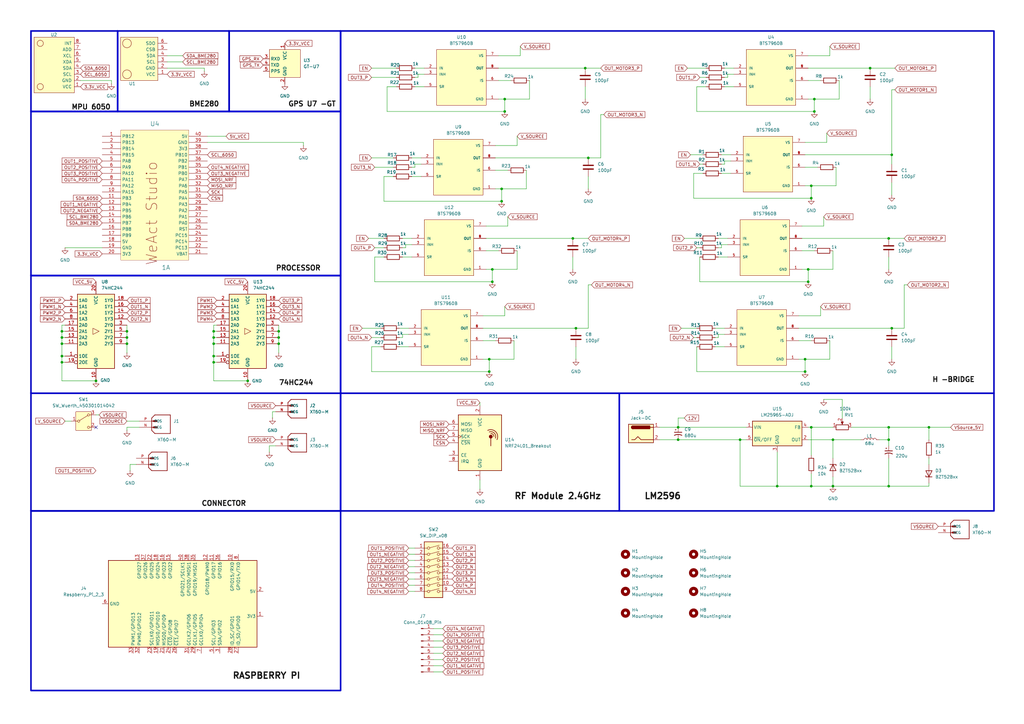
<source format=kicad_sch>
(kicad_sch (version 20231120) (generator "eeschema") (generator_version "8.0")
  (paper "A3")
  (junction (at 364.49 199.39))
  (junction (at 25.4 146.05))
  (junction (at 330.2 152.4))
  (junction (at 303.53 180.34))
  (junction (at 341.63 180.34))
  (junction (at 87.63 138.43))
  (junction (at 101.6 156.21))
  (junction (at 52.07 140.97))
  (junction (at 332.74 76.2))
  (junction (at 364.49 175.26))
  (junction (at 332.74 81.28))
  (junction (at 330.2 147.32))
  (junction (at 236.22 134.62))
  (junction (at 87.63 140.97))
  (junction (at 331.47 110.49))
  (junction (at 278.13 180.34))
  (junction (at 25.4 138.43))
  (junction (at 52.07 135.89))
  (junction (at 240.03 27.94))
  (junction (at 87.63 148.59))
  (junction (at 87.63 135.89))
  (junction (at 200.66 147.32))
  (junction (at 205.74 77.47))
  (junction (at 241.3 64.77))
  (junction (at 331.47 115.57))
  (junction (at 200.66 152.4))
  (junction (at 114.3 140.97))
  (junction (at 25.4 140.97))
  (junction (at 201.93 110.49))
  (junction (at 201.93 115.57))
  (junction (at 334.01 45.72))
  (junction (at 318.77 199.39))
  (junction (at 332.74 199.39))
  (junction (at 334.01 40.64))
  (junction (at 207.01 40.64))
  (junction (at 365.76 134.62))
  (junction (at 234.95 97.79))
  (junction (at 25.4 148.59))
  (junction (at 205.74 82.55))
  (junction (at 207.01 45.72))
  (junction (at 114.3 138.43))
  (junction (at 39.37 156.21))
  (junction (at 332.74 175.26))
  (junction (at 87.63 146.05))
  (junction (at 52.07 138.43))
  (junction (at 25.4 135.89))
  (junction (at 341.63 199.39))
  (junction (at 356.87 27.94))
  (junction (at 364.49 180.34))
  (junction (at 114.3 135.89))
  (junction (at 365.76 63.5))
  (junction (at 381 175.26))
  (junction (at 364.49 97.79))
  (junction (at 278.13 175.26))
  (no_connect (at 39.37 175.26))
  (wire (pts (xy 171.45 30.48) (xy 171.45 31.75)))
  (wire (pts (xy 364.49 187.96) (xy 364.49 199.39)))
  (wire (pts (xy 181.61 265.43) (xy 177.8 265.43)))
  (wire (pts (xy 285.75 35.56) (xy 285.75 45.72)))
  (wire (pts (xy 241.3 134.62) (xy 236.22 134.62)))
  (wire (pts (xy 328.93 97.79) (xy 364.49 97.79)))
  (wire (pts (xy 339.09 54.61) (xy 339.09 58.42)))
  (wire (pts (xy 200.66 147.32) (xy 198.12 147.32)))
  (wire (pts (xy 332.74 186.69) (xy 332.74 175.26)))
  (wire (pts (xy 284.48 71.12) (xy 284.48 81.28)))
  (wire (pts (xy 246.38 46.99) (xy 247.65 46.99)))
  (wire (pts (xy 356.87 40.64) (xy 356.87 35.56)))
  (wire (pts (xy 168.91 100.33) (xy 166.37 100.33)))
  (wire (pts (xy 294.64 105.41) (xy 298.45 105.41)))
  (wire (pts (xy 270.51 180.34) (xy 278.13 180.34)))
  (wire (pts (xy 246.38 46.99) (xy 246.38 64.77)))
  (wire (pts (xy 278.13 175.26) (xy 306.07 175.26)))
  (wire (pts (xy 284.48 81.28) (xy 332.74 81.28)))
  (wire (pts (xy 68.58 22.86) (xy 74.93 22.86)))
  (wire (pts (xy 172.72 67.31) (xy 170.18 67.31)))
  (wire (pts (xy 25.4 135.89) (xy 26.67 135.89)))
  (wire (pts (xy 327.66 129.54) (xy 336.55 129.54)))
  (wire (pts (xy 365.76 147.32) (xy 365.76 142.24)))
  (wire (pts (xy 288.29 71.12) (xy 284.48 71.12)))
  (wire (pts (xy 87.63 156.21) (xy 87.63 148.59)))
  (wire (pts (xy 52.07 138.43) (xy 52.07 140.97)))
  (wire (pts (xy 295.91 63.5) (xy 299.72 63.5)))
  (wire (pts (xy 298.45 31.75) (xy 297.18 31.75)))
  (wire (pts (xy 332.74 194.31) (xy 332.74 199.39)))
  (wire (pts (xy 167.64 227.33) (xy 170.18 227.33)))
  (wire (pts (xy 210.82 139.7) (xy 210.82 147.32)))
  (wire (pts (xy 199.39 92.71) (xy 208.28 92.71)))
  (wire (pts (xy 203.2 59.69) (xy 212.09 59.69)))
  (wire (pts (xy 52.07 135.89) (xy 52.07 138.43)))
  (wire (pts (xy 331.47 180.34) (xy 341.63 180.34)))
  (wire (pts (xy 279.4 134.62) (xy 285.75 134.62)))
  (wire (pts (xy 278.13 180.34) (xy 303.53 180.34)))
  (wire (pts (xy 303.53 199.39) (xy 318.77 199.39)))
  (wire (pts (xy 52.07 172.72) (xy 57.15 172.72)))
  (wire (pts (xy 331.47 115.57) (xy 331.47 110.49)))
  (wire (pts (xy 152.4 31.75) (xy 162.56 31.75)))
  (wire (pts (xy 331.47 110.49) (xy 328.93 110.49)))
  (wire (pts (xy 55.88 190.5) (xy 53.34 190.5)))
  (wire (pts (xy 124.46 58.42) (xy 124.46 59.69)))
  (wire (pts (xy 152.4 64.77) (xy 161.29 64.77)))
  (wire (pts (xy 39.37 156.21) (xy 25.4 156.21)))
  (wire (pts (xy 152.4 138.43) (xy 156.21 138.43)))
  (wire (pts (xy 340.36 19.05) (xy 340.36 22.86)))
  (wire (pts (xy 161.29 72.39) (xy 157.48 72.39)))
  (wire (pts (xy 330.2 58.42) (xy 339.09 58.42)))
  (wire (pts (xy 87.63 138.43) (xy 87.63 140.97)))
  (wire (pts (xy 356.87 27.94) (xy 367.03 27.94)))
  (wire (pts (xy 170.18 35.56) (xy 173.99 35.56)))
  (wire (pts (xy 341.63 102.87) (xy 341.63 110.49)))
  (wire (pts (xy 364.49 175.26) (xy 381 175.26)))
  (wire (pts (xy 168.91 64.77) (xy 172.72 64.77)))
  (wire (pts (xy 170.18 67.31) (xy 170.18 68.58)))
  (wire (pts (xy 114.3 133.35) (xy 114.3 135.89)))
  (wire (pts (xy 364.49 199.39) (xy 381 199.39)))
  (wire (pts (xy 87.63 135.89) (xy 88.9 135.89)))
  (wire (pts (xy 198.12 129.54) (xy 207.01 129.54)))
  (wire (pts (xy 285.75 142.24) (xy 285.75 152.4)))
  (wire (pts (xy 294.64 137.16) (xy 294.64 138.43)))
  (wire (pts (xy 167.64 242.57) (xy 170.18 242.57)))
  (wire (pts (xy 167.64 234.95) (xy 170.18 234.95)))
  (wire (pts (xy 334.01 45.72) (xy 334.01 40.64)))
  (wire (pts (xy 349.25 175.26) (xy 364.49 175.26)))
  (wire (pts (xy 205.74 82.55) (xy 205.74 77.47)))
  (wire (pts (xy 196.85 196.85) (xy 196.85 200.66)))
  (wire (pts (xy 360.68 180.34) (xy 364.49 180.34)))
  (wire (pts (xy 365.76 63.5) (xy 330.2 63.5)))
  (wire (pts (xy 181.61 270.51) (xy 177.8 270.51)))
  (wire (pts (xy 157.48 105.41) (xy 153.67 105.41)))
  (wire (pts (xy 204.47 27.94) (xy 240.03 27.94)))
  (wire (pts (xy 114.3 135.89) (xy 114.3 138.43)))
  (wire (pts (xy 342.9 68.58) (xy 342.9 76.2)))
  (wire (pts (xy 198.12 139.7) (xy 203.2 139.7)))
  (wire (pts (xy 278.13 175.26) (xy 278.13 171.45)))
  (wire (pts (xy 152.4 142.24) (xy 152.4 152.4)))
  (wire (pts (xy 295.91 71.12) (xy 299.72 71.12)))
  (wire (pts (xy 285.75 152.4) (xy 330.2 152.4)))
  (wire (pts (xy 212.09 55.88) (xy 212.09 59.69)))
  (wire (pts (xy 166.37 101.6) (xy 165.1 101.6)))
  (wire (pts (xy 170.18 68.58) (xy 168.91 68.58)))
  (wire (pts (xy 210.82 147.32) (xy 200.66 147.32)))
  (wire (pts (xy 87.63 148.59) (xy 88.9 148.59)))
  (wire (pts (xy 341.63 110.49) (xy 331.47 110.49)))
  (wire (pts (xy 345.44 171.45) (xy 345.44 163.83)))
  (wire (pts (xy 217.17 40.64) (xy 207.01 40.64)))
  (wire (pts (xy 45.72 33.02) (xy 45.72 34.29)))
  (wire (pts (xy 171.45 31.75) (xy 170.18 31.75)))
  (wire (pts (xy 85.09 55.88) (xy 92.71 55.88)))
  (wire (pts (xy 158.75 35.56) (xy 158.75 45.72)))
  (wire (pts (xy 341.63 199.39) (xy 364.49 199.39)))
  (wire (pts (xy 212.09 110.49) (xy 201.93 110.49)))
  (wire (pts (xy 207.01 40.64) (xy 204.47 40.64)))
  (wire (pts (xy 181.61 260.35) (xy 177.8 260.35)))
  (wire (pts (xy 152.4 152.4) (xy 200.66 152.4)))
  (wire (pts (xy 113.03 182.88) (xy 110.49 182.88)))
  (wire (pts (xy 337.82 88.9) (xy 337.82 92.71)))
  (wire (pts (xy 280.67 97.79) (xy 287.02 97.79)))
  (wire (pts (xy 111.76 168.91) (xy 111.76 171.45)))
  (wire (pts (xy 295.91 101.6) (xy 294.64 101.6)))
  (wire (pts (xy 303.53 180.34) (xy 306.07 180.34)))
  (wire (pts (xy 217.17 33.02) (xy 217.17 40.64)))
  (wire (pts (xy 289.56 35.56) (xy 285.75 35.56)))
  (wire (pts (xy 199.39 102.87) (xy 204.47 102.87)))
  (wire (pts (xy 318.77 199.39) (xy 332.74 199.39)))
  (wire (pts (xy 167.64 224.79) (xy 170.18 224.79)))
  (wire (pts (xy 207.01 125.73) (xy 207.01 129.54)))
  (wire (pts (xy 166.37 100.33) (xy 166.37 101.6)))
  (wire (pts (xy 85.09 58.42) (xy 124.46 58.42)))
  (wire (pts (xy 25.4 138.43) (xy 26.67 138.43)))
  (wire (pts (xy 270.51 175.26) (xy 278.13 175.26)))
  (wire (pts (xy 283.21 63.5) (xy 288.29 63.5)))
  (wire (pts (xy 297.18 35.56) (xy 300.99 35.56)))
  (wire (pts (xy 52.07 140.97) (xy 52.07 144.78)))
  (wire (pts (xy 287.02 115.57) (xy 331.47 115.57)))
  (wire (pts (xy 246.38 64.77) (xy 241.3 64.77)))
  (wire (pts (xy 340.36 139.7) (xy 340.36 147.32)))
  (wire (pts (xy 167.64 229.87) (xy 170.18 229.87)))
  (wire (pts (xy 181.61 257.81) (xy 177.8 257.81)))
  (wire (pts (xy 330.2 68.58) (xy 335.28 68.58)))
  (wire (pts (xy 297.18 66.04) (xy 297.18 67.31)))
  (wire (pts (xy 25.4 140.97) (xy 26.67 140.97)))
  (wire (pts (xy 68.58 25.4) (xy 74.93 25.4)))
  (wire (pts (xy 204.47 33.02) (xy 209.55 33.02)))
  (wire (pts (xy 25.4 146.05) (xy 25.4 148.59)))
  (wire (pts (xy 114.3 138.43) (xy 114.3 140.97)))
  (wire (pts (xy 87.63 138.43) (xy 88.9 138.43)))
  (wire (pts (xy 201.93 110.49) (xy 199.39 110.49)))
  (wire (pts (xy 297.18 27.94) (xy 300.99 27.94)))
  (wire (pts (xy 101.6 156.21) (xy 87.63 156.21)))
  (wire (pts (xy 318.77 185.42) (xy 318.77 199.39)))
  (wire (pts (xy 114.3 140.97) (xy 114.3 144.78)))
  (wire (pts (xy 153.67 68.58) (xy 161.29 68.58)))
  (wire (pts (xy 88.9 133.35) (xy 87.63 133.35)))
  (wire (pts (xy 170.18 27.94) (xy 173.99 27.94)))
  (wire (pts (xy 57.15 175.26) (xy 52.07 175.26)))
  (wire (pts (xy 173.99 30.48) (xy 171.45 30.48)))
  (wire (pts (xy 287.02 105.41) (xy 287.02 115.57)))
  (wire (pts (xy 287.02 31.75) (xy 289.56 31.75)))
  (wire (pts (xy 196.85 165.1) (xy 196.85 166.37)))
  (wire (pts (xy 281.94 27.94) (xy 289.56 27.94)))
  (wire (pts (xy 287.02 67.31) (xy 288.29 67.31)))
  (wire (pts (xy 153.67 101.6) (xy 157.48 101.6)))
  (wire (pts (xy 341.63 180.34) (xy 341.63 187.96)))
  (wire (pts (xy 327.66 139.7) (xy 332.74 139.7)))
  (wire (pts (xy 26.67 133.35) (xy 25.4 133.35)))
  (wire (pts (xy 203.2 69.85) (xy 208.28 69.85)))
  (wire (pts (xy 153.67 105.41) (xy 153.67 115.57)))
  (wire (pts (xy 328.93 102.87) (xy 334.01 102.87)))
  (wire (pts (xy 25.4 138.43) (xy 25.4 140.97)))
  (wire (pts (xy 364.49 97.79) (xy 370.84 97.79)))
  (wire (pts (xy 241.3 77.47) (xy 241.3 72.39)))
  (wire (pts (xy 204.47 22.86) (xy 213.36 22.86)))
  (wire (pts (xy 381 198.12) (xy 381 199.39)))
  (wire (pts (xy 365.76 67.31) (xy 365.76 63.5)))
  (wire (pts (xy 340.36 147.32) (xy 330.2 147.32)))
  (wire (pts (xy 299.72 66.04) (xy 297.18 66.04)))
  (wire (pts (xy 381 175.26) (xy 389.89 175.26)))
  (wire (pts (xy 168.91 72.39) (xy 172.72 72.39)))
  (wire (pts (xy 215.9 77.47) (xy 205.74 77.47)))
  (wire (pts (xy 68.58 27.94) (xy 83.82 27.94)))
  (wire (pts (xy 26.67 101.6) (xy 41.91 101.6)))
  (wire (pts (xy 370.84 116.84) (xy 370.84 134.62)))
  (wire (pts (xy 88.9 146.05) (xy 87.63 146.05)))
  (wire (pts (xy 365.76 36.83) (xy 365.76 63.5)))
  (wire (pts (xy 332.74 199.39) (xy 341.63 199.39)))
  (wire (pts (xy 29.21 172.72) (xy 26.67 172.72)))
  (wire (pts (xy 25.4 140.97) (xy 25.4 146.05)))
  (wire (pts (xy 331.47 22.86) (xy 340.36 22.86)))
  (wire (pts (xy 331.47 175.26) (xy 332.74 175.26)))
  (wire (pts (xy 236.22 147.32) (xy 236.22 142.24)))
  (wire (pts (xy 370.84 134.62) (xy 365.76 134.62)))
  (wire (pts (xy 285.75 45.72) (xy 334.01 45.72)))
  (wire (pts (xy 165.1 97.79) (xy 168.91 97.79)))
  (wire (pts (xy 87.63 135.89) (xy 87.63 138.43)))
  (wire (pts (xy 298.45 100.33) (xy 295.91 100.33)))
  (wire (pts (xy 148.59 134.62) (xy 156.21 134.62)))
  (wire (pts (xy 213.36 19.05) (xy 213.36 22.86)))
  (wire (pts (xy 278.13 171.45) (xy 280.67 171.45)))
  (wire (pts (xy 332.74 76.2) (xy 330.2 76.2)))
  (wire (pts (xy 26.67 146.05) (xy 25.4 146.05)))
  (wire (pts (xy 365.76 80.01) (xy 365.76 74.93)))
  (wire (pts (xy 332.74 81.28) (xy 332.74 76.2)))
  (wire (pts (xy 364.49 182.88) (xy 364.49 180.34)))
  (wire (pts (xy 298.45 30.48) (xy 298.45 31.75)))
  (wire (pts (xy 25.4 135.89) (xy 25.4 138.43)))
  (wire (pts (xy 181.61 275.59) (xy 177.8 275.59)))
  (wire (pts (xy 87.63 146.05) (xy 87.63 148.59)))
  (wire (pts (xy 165.1 105.41) (xy 168.91 105.41)))
  (wire (pts (xy 201.93 115.57) (xy 201.93 110.49)))
  (wire (pts (xy 87.63 140.97) (xy 87.63 146.05)))
  (wire (pts (xy 344.17 33.02) (xy 344.17 40.64)))
  (wire (pts (xy 25.4 148.59) (xy 26.67 148.59)))
  (wire (pts (xy 295.91 100.33) (xy 295.91 101.6)))
  (wire (pts (xy 163.83 142.24) (xy 167.64 142.24)))
  (wire (pts (xy 200.66 152.4) (xy 200.66 147.32)))
  (wire (pts (xy 158.75 45.72) (xy 207.01 45.72)))
  (wire (pts (xy 52.07 133.35) (xy 52.07 135.89)))
  (wire (pts (xy 25.4 133.35) (xy 25.4 135.89)))
  (wire (pts (xy 241.3 64.77) (xy 203.2 64.77)))
  (wire (pts (xy 156.21 142.24) (xy 152.4 142.24)))
  (wire (pts (xy 181.61 262.89) (xy 177.8 262.89)))
  (wire (pts (xy 341.63 180.34) (xy 353.06 180.34)))
  (wire (pts (xy 342.9 76.2) (xy 332.74 76.2)))
  (wire (pts (xy 337.82 163.83) (xy 345.44 163.83)))
  (wire (pts (xy 285.75 101.6) (xy 287.02 101.6)))
  (wire (pts (xy 297.18 67.31) (xy 295.91 67.31)))
  (wire (pts (xy 153.67 115.57) (xy 201.93 115.57)))
  (wire (pts (xy 152.4 27.94) (xy 162.56 27.94)))
  (wire (pts (xy 167.64 237.49) (xy 170.18 237.49)))
  (wire (pts (xy 381 175.26) (xy 381 180.34)))
  (wire (pts (xy 293.37 134.62) (xy 297.18 134.62)))
  (wire (pts (xy 365.76 134.62) (xy 327.66 134.62)))
  (wire (pts (xy 334.01 40.64) (xy 331.47 40.64)))
  (wire (pts (xy 163.83 134.62) (xy 167.64 134.62)))
  (wire (pts (xy 52.07 175.26) (xy 52.07 176.53)))
  (wire (pts (xy 284.48 138.43) (xy 285.75 138.43)))
  (wire (pts (xy 199.39 97.79) (xy 234.95 97.79)))
  (wire (pts (xy 365.76 36.83) (xy 367.03 36.83)))
  (wire (pts (xy 212.09 102.87) (xy 212.09 110.49)))
  (wire (pts (xy 294.64 97.79) (xy 298.45 97.79)))
  (wire (pts (xy 181.61 267.97) (xy 177.8 267.97)))
  (wire (pts (xy 370.84 116.84) (xy 372.11 116.84)))
  (wire (pts (xy 330.2 147.32) (xy 327.66 147.32)))
  (wire (pts (xy 87.63 133.35) (xy 87.63 135.89)))
  (wire (pts (xy 381 187.96) (xy 381 190.5)))
  (wire (pts (xy 294.64 138.43) (xy 293.37 138.43)))
  (wire (pts (xy 113.03 168.91) (xy 111.76 168.91)))
  (wire (pts (xy 157.48 82.55) (xy 205.74 82.55)))
  (wire (pts (xy 293.37 142.24) (xy 297.18 142.24)))
  (wire (pts (xy 236.22 134.62) (xy 198.12 134.62)))
  (wire (pts (xy 303.53 180.34) (xy 303.53 199.39)))
  (wire (pts (xy 167.64 137.16) (xy 165.1 137.16)))
  (wire (pts (xy 167.64 232.41) (xy 170.18 232.41)))
  (wire (pts (xy 344.17 40.64) (xy 334.01 40.64)))
  (wire (pts (xy 241.3 116.84) (xy 242.57 116.84)))
  (wire (pts (xy 167.64 240.03) (xy 170.18 240.03)))
  (wire (pts (xy 234.95 110.49) (xy 234.95 105.41)))
  (wire (pts (xy 330.2 152.4) (xy 330.2 147.32)))
  (wire (pts (xy 336.55 125.73) (xy 336.55 129.54)))
  (wire (pts (xy 25.4 156.21) (xy 25.4 148.59)))
  (wire (pts (xy 241.3 116.84) (xy 241.3 134.62)))
  (wire (pts (xy 215.9 69.85) (xy 215.9 77.47)))
  (wire (pts (xy 240.03 27.94) (xy 246.38 27.94)))
  (wire (pts (xy 165.1 138.43) (xy 163.83 138.43)))
  (wire (pts (xy 364.49 175.26) (xy 364.49 180.34)))
  (wire (pts (xy 234.95 97.79) (xy 241.3 97.79)))
  (wire (pts (xy 331.47 33.02) (xy 336.55 33.02)))
  (wire (pts (xy 205.74 77.47) (xy 203.2 77.47)))
  (wire (pts (xy 165.1 137.16) (xy 165.1 138.43)))
  (wire (pts (xy 53.34 190.5) (xy 53.34 193.04)))
  (wire (pts (xy 110.49 182.88) (xy 110.49 185.42)))
  (wire (pts (xy 162.56 35.56) (xy 158.75 35.56)))
  (wire (pts (xy 151.13 97.79) (xy 157.48 97.79)))
  (wire (pts (xy 297.18 137.16) (xy 294.64 137.16)))
  (wire (pts (xy 207.01 45.72) (xy 207.01 40.64)))
  (wire (pts (xy 157.48 72.39) (xy 157.48 82.55)))
  (wire (pts (xy 341.63 195.58) (xy 341.63 199.39)))
  (wire (pts (xy 364.49 110.49) (xy 364.49 105.41)))
  (wire (pts (xy 328.93 92.71) (xy 337.82 92.71)))
  (wire (pts (xy 39.37 170.18) (xy 40.64 170.18)))
  (wire (pts (xy 87.63 140.97) (xy 88.9 140.97)))
  (wire (pts (xy 83.82 27.94) (xy 83.82 29.21)))
  (wire (pts (xy 181.61 273.05) (xy 177.8 273.05)))
  (wire (pts (xy 208.28 88.9) (xy 208.28 92.71)))
  (wire (pts (xy 332.74 175.26) (xy 341.63 175.26)))
  (wire (pts (xy 240.03 40.64) (xy 240.03 35.56)))
  (wire (pts (xy 331.47 27.94) (xy 356.87 27.94)))
  (wire (pts (xy 300.99 30.48) (xy 298.45 30.48)))
  (wire (pts (xy 33.02 33.02) (xy 45.72 33.02)))
  (rectangle (start 139.7 161.29) (end 254 209.55) (stroke (width 0.635)))
  (rectangle (start 12.7 12.7) (end 48.26 45.72) (stroke (width 0.635)))
  (rectangle (start 12.7 209.55) (end 139.7 283.21) (stroke (width 0.635)))
  (rectangle (start 12.7 113.03) (end 139.7 161.29) (stroke (width 0.635)))
  (rectangle (start 12.7 45.72) (end 139.7 113.03) (stroke (width 0.635)))
  (rectangle (start 254 161.29) (end 407.67 209.55) (stroke (width 0.635)))
  (rectangle (start 139.7 12.7) (end 407.67 161.29) (stroke (width 0.635)))
  (rectangle (start 93.98 12.7) (end 139.7 45.72) (stroke (width 0.635)))
  (rectangle (start 48.26 12.7) (end 93.98 45.72) (stroke (width 0.635)))
  (rectangle (start 12.7 161.29) (end 139.7 209.55) (stroke (width 0.635)))
  (label "CONNECTOR" (at 82.55 208.28 0) (effects (font (size 2.032 2.032) (thickness 0.4064) (bold yes))))
  (label "RF Module 2.4GHz" (at 210.82 205.74 0) (effects (font (size 2.54 2.54) (thickness 0.508) (bold yes))))
  (label "LM2596" (at 264.16 205.74 0) (effects (font (size 2.54 2.54) (thickness 0.508) (bold yes))))
  (label "74HC244" (at 114.3 158.75 0) (effects (font (size 2.032 2.032) (thickness 0.4064) (bold yes))))
  (label "BME280" (at 77.47 44.45 0) (effects (font (size 2.032 2.032) (thickness 0.4064) (bold yes))))
  (label "RASPBERRY PI" (at 95.25 279.4 0) (effects (font (size 2.54 2.54) (thickness 0.508) (bold yes))))
  (label "MPU 6050" (at 29.21 45.72 0) (effects (font (size 2.032 2.032) (thickness 0.4064) (bold yes))))
  (label "GPS U7 -GT" (at 118.11 44.45 0) (effects (font (size 2.032 2.032) (thickness 0.4064) (bold yes))))
  (label "PROCESSOR" (at 113.03 111.76 0) (effects (font (size 2.032 2.032) (thickness 0.4064) (bold yes))))
  (label "H -BRIDGE" (at 382.27 157.48 0) (effects (font (size 2.032 2.032) (thickness 0.4064) (bold yes))))
  (global_label "VSOURCE" (shape input) (at 40.64 170.18 0) (property "Intersheetrefs" "${INTERSHEET_REFS}" (effects (hide yes))))
  (global_label "PWM2_N" (shape input) (at 26.67 130.81 180) (property "Intersheetrefs" "${INTERSHEET_REFS}" (effects (hide yes))))
  (global_label "V_SOURCE" (shape input) (at 213.36 19.05 0) (property "Intersheetrefs" "${INTERSHEET_REFS}" (effects (hide yes))))
  (global_label "VCC_5V" (shape input) (at 196.85 165.1 180) (property "Intersheetrefs" "${INTERSHEET_REFS}" (effects (hide yes))))
  (global_label "OUT_MOTOR2_N" (shape input) (at 372.11 116.84 0) (property "Intersheetrefs" "${INTERSHEET_REFS}" (effects (hide yes))))
  (global_label "OUT1_POSITIVE" (shape input) (at 181.61 275.59 0) (property "Intersheetrefs" "${INTERSHEET_REFS}" (effects (hide yes))))
  (global_label "SCL_6050" (shape input) (at 85.09 63.5 0) (property "Intersheetrefs" "${INTERSHEET_REFS}" (effects (hide yes))))
  (global_label "EN" (shape input) (at 280.67 97.79 180) (property "Intersheetrefs" "${INTERSHEET_REFS}" (effects (hide yes))))
  (global_label "SDA_6050" (shape input) (at 33.02 27.94 0) (property "Intersheetrefs" "${INTERSHEET_REFS}" (effects (hide yes))))
  (global_label "OUT2_NEGATIVE" (shape input) (at 41.91 86.36 180) (property "Intersheetrefs" "${INTERSHEET_REFS}" (effects (hide yes))))
  (global_label "EN" (shape input) (at 283.21 63.5 180) (property "Intersheetrefs" "${INTERSHEET_REFS}" (effects (hide yes))))
  (global_label "OUT3_NEGATIVE" (shape input) (at 181.61 262.89 0) (property "Intersheetrefs" "${INTERSHEET_REFS}" (effects (hide yes))))
  (global_label "OUT2_POSITIVE" (shape input) (at 41.91 68.58 180) (property "Intersheetrefs" "${INTERSHEET_REFS}" (effects (hide yes))))
  (global_label "MOSI_NRF" (shape input) (at 85.09 73.66 0) (property "Intersheetrefs" "${INTERSHEET_REFS}" (effects (hide yes))))
  (global_label "3.3V_VCC" (shape input) (at 68.58 30.48 0) (property "Intersheetrefs" "${INTERSHEET_REFS}" (effects (hide yes))))
  (global_label "OUT1_N" (shape input) (at 287.02 67.31 180) (property "Intersheetrefs" "${INTERSHEET_REFS}" (effects (hide yes))))
  (global_label "VCC_5V" (shape input) (at 101.6 115.57 180) (property "Intersheetrefs" "${INTERSHEET_REFS}" (effects (hide yes))))
  (global_label "OUT_MOTOR3_N" (shape input) (at 247.65 46.99 0) (property "Intersheetrefs" "${INTERSHEET_REFS}" (effects (hide yes))))
  (global_label "OUT4_N" (shape input) (at 152.4 138.43 180) (property "Intersheetrefs" "${INTERSHEET_REFS}" (effects (hide yes))))
  (global_label "OUT1_P" (shape input) (at 287.02 31.75 180) (property "Intersheetrefs" "${INTERSHEET_REFS}" (effects (hide yes))))
  (global_label "OUT4_POSITIVE" (shape input) (at 167.64 240.03 180) (property "Intersheetrefs" "${INTERSHEET_REFS}" (effects (hide yes))))
  (global_label "SCK" (shape input) (at 184.15 179.07 180) (property "Intersheetrefs" "${INTERSHEET_REFS}" (effects (hide yes))))
  (global_label "OUT3_POSITIVE" (shape input) (at 41.91 71.12 180) (property "Intersheetrefs" "${INTERSHEET_REFS}" (effects (hide yes))))
  (global_label "OUT4_NEGATIVE" (shape input) (at 167.64 242.57 180) (property "Intersheetrefs" "${INTERSHEET_REFS}" (effects (hide yes))))
  (global_label "PWM2_P" (shape input) (at 26.67 128.27 180) (property "Intersheetrefs" "${INTERSHEET_REFS}" (effects (hide yes))))
  (global_label "OUT1_NEGATIVE" (shape input) (at 181.61 273.05 0) (property "Intersheetrefs" "${INTERSHEET_REFS}" (effects (hide yes))))
  (global_label "SDA_6050" (shape input) (at 41.91 81.28 180) (property "Intersheetrefs" "${INTERSHEET_REFS}" (effects (hide yes))))
  (global_label "OUT1_P" (shape input) (at 185.42 224.79 0) (property "Intersheetrefs" "${INTERSHEET_REFS}" (effects (hide yes))))
  (global_label "OUT1_NEGATIVE" (shape input) (at 167.64 227.33 180) (property "Intersheetrefs" "${INTERSHEET_REFS}" (effects (hide yes))))
  (global_label "OUT4_P" (shape input) (at 153.67 101.6 180) (property "Intersheetrefs" "${INTERSHEET_REFS}" (effects (hide yes))))
  (global_label "OUT2_P" (shape input) (at 285.75 101.6 180) (property "Intersheetrefs" "${INTERSHEET_REFS}" (effects (hide yes))))
  (global_label "OUT3_P" (shape input) (at 114.3 123.19 0) (property "Intersheetrefs" "${INTERSHEET_REFS}" (effects (hide yes))))
  (global_label "OUT2_NEGATIVE" (shape input) (at 167.64 232.41 180) (property "Intersheetrefs" "${INTERSHEET_REFS}" (effects (hide yes))))
  (global_label "5V_VCC" (shape input) (at 92.71 55.88 0) (property "Intersheetrefs" "${INTERSHEET_REFS}" (effects (hide yes))))
  (global_label "OUT4_P" (shape input) (at 185.42 240.03 0) (property "Intersheetrefs" "${INTERSHEET_REFS}" (effects (hide yes))))
  (global_label "GPS_TX" (shape input) (at 107.95 26.67 180) (property "Intersheetrefs" "${INTERSHEET_REFS}" (effects (hide yes))))
  (global_label "3.3V_VCC" (shape input) (at 33.02 35.56 0) (property "Intersheetrefs" "${INTERSHEET_REFS}" (effects (hide yes))))
  (global_label "OUT1_POSITIVE" (shape input) (at 41.91 66.04 180) (property "Intersheetrefs" "${INTERSHEET_REFS}" (effects (hide yes))))
  (global_label "V_SOURCE" (shape input) (at 337.82 88.9 0) (property "Intersheetrefs" "${INTERSHEET_REFS}" (effects (hide yes))))
  (global_label "OUT4_NEGATIVE" (shape input) (at 85.09 68.58 0) (property "Intersheetrefs" "${INTERSHEET_REFS}" (effects (hide yes))))
  (global_label "VSOURCE" (shape input) (at 384.81 215.9 180) (property "Intersheetrefs" "${INTERSHEET_REFS}" (effects (hide yes))))
  (global_label "VSource_5V" (shape input) (at 389.89 175.26 0) (property "Intersheetrefs" "${INTERSHEET_REFS}" (effects (hide yes))))
  (global_label "PWM3" (shape input) (at 88.9 128.27 180) (property "Intersheetrefs" "${INTERSHEET_REFS}" (effects (hide yes))))
  (global_label "OUT4_N" (shape input) (at 114.3 130.81 0) (property "Intersheetrefs" "${INTERSHEET_REFS}" (effects (hide yes))))
  (global_label "SCL_BME280" (shape input) (at 41.91 88.9 180) (property "Intersheetrefs" "${INTERSHEET_REFS}" (effects (hide yes))))
  (global_label "OUT_MOTOR4_P" (shape input) (at 241.3 97.79 0) (property "Intersheetrefs" "${INTERSHEET_REFS}" (effects (hide yes))))
  (global_label "EN" (shape input) (at 151.13 97.79 180) (property "Intersheetrefs" "${INTERSHEET_REFS}" (effects (hide yes))))
  (global_label "OUT_MOTOR1_P" (shape input) (at 367.03 27.94 0) (property "Intersheetrefs" "${INTERSHEET_REFS}" (effects (hide yes))))
  (global_label "OUT3_N" (shape input) (at 114.3 125.73 0) (property "Intersheetrefs" "${INTERSHEET_REFS}" (effects (hide yes))))
  (global_label "OUT3_NEGATIVE" (shape input) (at 167.64 237.49 180) (property "Intersheetrefs" "${INTERSHEET_REFS}" (effects (hide yes))))
  (global_label "OUT2_P" (shape input) (at 185.42 229.87 0) (property "Intersheetrefs" "${INTERSHEET_REFS}" (effects (hide yes))))
  (global_label "OUT3_N" (shape input) (at 153.67 68.58 180) (property "Intersheetrefs" "${INTERSHEET_REFS}" (effects (hide yes))))
  (global_label "OUT3_P" (shape input) (at 185.42 234.95 0) (property "Intersheetrefs" "${INTERSHEET_REFS}" (effects (hide yes))))
  (global_label "OUT_MOTOR3_P" (shape input) (at 246.38 27.94 0) (property "Intersheetrefs" "${INTERSHEET_REFS}" (effects (hide yes))))
  (global_label "V_SOURCE" (shape input) (at 336.55 125.73 0) (property "Intersheetrefs" "${INTERSHEET_REFS}" (effects (hide yes))))
  (global_label "OUT2_N" (shape input) (at 185.42 232.41 0) (property "Intersheetrefs" "${INTERSHEET_REFS}" (effects (hide yes))))
  (global_label "SDA_BME280" (shape input) (at 41.91 91.44 180) (property "Intersheetrefs" "${INTERSHEET_REFS}" (effects (hide yes))))
  (global_label "OUT1_POSITIVE" (shape input) (at 167.64 224.79 180) (property "Intersheetrefs" "${INTERSHEET_REFS}" (effects (hide yes))))
  (global_label "SCL_6050" (shape input) (at 33.02 30.48 0) (property "Intersheetrefs" "${INTERSHEET_REFS}" (effects (hide yes))))
  (global_label "PWM2" (shape input) (at 88.9 125.73 180) (property "Intersheetrefs" "${INTERSHEET_REFS}" (effects (hide yes))))
  (global_label "OUT1_N" (shape input) (at 52.07 125.73 0) (property "Intersheetrefs" "${INTERSHEET_REFS}" (effects (hide yes))))
  (global_label "V_SOURCE" (shape input) (at 208.28 88.9 0) (property "Intersheetrefs" "${INTERSHEET_REFS}" (effects (hide yes))))
  (global_label "CSN" (shape input) (at 184.15 181.61 180) (property "Intersheetrefs" "${INTERSHEET_REFS}" (effects (hide yes))))
  (global_label "OUT3_POSITIVE" (shape input) (at 181.61 265.43 0) (property "Intersheetrefs" "${INTERSHEET_REFS}" (effects (hide yes))))
  (global_label "EN" (shape input) (at 152.4 27.94 180) (property "Intersheetrefs" "${INTERSHEET_REFS}" (effects (hide yes))))
  (global_label "OUT1_N" (shape input) (at 185.42 227.33 0) (property "Intersheetrefs" "${INTERSHEET_REFS}" (effects (hide yes))))
  (global_label "3.3V_VCC" (shape input) (at 41.91 104.14 180) (property "Intersheetrefs" "${INTERSHEET_REFS}" (effects (hide yes))))
  (global_label "PWM1_N" (shape input) (at 26.67 125.73 180) (property "Intersheetrefs" "${INTERSHEET_REFS}" (effects (hide yes))))
  (global_label "EN" (shape input) (at 152.4 64.77 180) (property "Intersheetrefs" "${INTERSHEET_REFS}" (effects (hide yes))))
  (global_label "OUT1_P" (shape input) (at 52.07 123.19 0) (property "Intersheetrefs" "${INTERSHEET_REFS}" (effects (hide yes))))
  (global_label "V_SOURCE" (shape input) (at 340.36 19.05 0) (property "Intersheetrefs" "${INTERSHEET_REFS}" (effects (hide yes))))
  (global_label "V_SOURCE" (shape input) (at 212.09 55.88 0) (property "Intersheetrefs" "${INTERSHEET_REFS}" (effects (hide yes))))
  (global_label "OUT4_POSITIVE" (shape input) (at 181.61 260.35 0) (property "Intersheetrefs" "${INTERSHEET_REFS}" (effects (hide yes))))
  (global_label "MISO_NRF" (shape input) (at 184.15 176.53 180) (property "Intersheetrefs" "${INTERSHEET_REFS}" (effects (hide yes))))
  (global_label "OUT2_N" (shape input) (at 52.07 130.81 0) (property "Intersheetrefs" "${INTERSHEET_REFS}" (effects (hide yes))))
  (global_label "OUT1_NEGATIVE" (shape input) (at 41.91 83.82 180) (property "Intersheetrefs" "${INTERSHEET_REFS}" (effects (hide yes))))
  (global_label "OUT_MOTOR2_P" (shape input) (at 370.84 97.79 0) (property "Intersheetrefs" "${INTERSHEET_REFS}" (effects (hide yes))))
  (global_label "OUT3_N" (shape input) (at 185.42 237.49 0) (property "Intersheetrefs" "${INTERSHEET_REFS}" (effects (hide yes))))
  (global_label "OUT1_POSITIVE" (shape input) (at 39.37 193.04 180) (property "Intersheetrefs" "${INTERSHEET_REFS}" (effects (hide yes))))
  (global_label "OUT2_N" (shape input) (at 284.48 138.43 180) (property "Intersheetrefs" "${INTERSHEET_REFS}" (effects (hide yes))))
  (global_label "OUT2_P" (shape input) (at 52.07 128.27 0) (property "Intersheetrefs" "${INTERSHEET_REFS}" (effects (hide yes))))
  (global_label "EN" (shape input) (at 148.59 134.62 180) (property "Intersheetrefs" "${INTERSHEET_REFS}" (effects (hide yes))))
  (global_label "PWM1" (shape input) (at 88.9 123.19 180) (property "Intersheetrefs" "${INTERSHEET_REFS}" (effects (hide yes))))
  (global_label "OUT3_NEGATIVE" (shape input) (at 85.09 71.12 0) (property "Intersheetrefs" "${INTERSHEET_REFS}" (effects (hide yes))))
  (global_label "PWM4" (shape input) (at 88.9 130.81 180) (property "Intersheetrefs" "${INTERSHEET_REFS}" (effects (hide yes))))
  (global_label "OUT3_POSITIVE" (shape input) (at 167.64 234.95 180) (property "Intersheetrefs" "${INTERSHEET_REFS}" (effects (hide yes))))
  (global_label "PWM1_P" (shape input) (at 26.67 123.19 180) (property "Intersheetrefs" "${INTERSHEET_REFS}" (effects (hide yes))))
  (global_label "SCL_BME280" (shape input) (at 74.93 25.4 0) (property "Intersheetrefs" "${INTERSHEET_REFS}" (effects (hide yes))))
  (global_label "OUT2_POSITIVE" (shape input) (at 167.64 229.87 180) (property "Intersheetrefs" "${INTERSHEET_REFS}" (effects (hide yes))))
  (global_label "VCC_5V" (shape input) (at 39.37 115.57 180) (property "Intersheetrefs" "${INTERSHEET_REFS}" (effects (hide yes))))
  (global_label "CSN" (shape input) (at 85.09 81.28 0) (property "Intersheetrefs" "${INTERSHEET_REFS}" (effects (hide yes))))
  (global_label "SCK" (shape input) (at 85.09 78.74 0) (property "Intersheetrefs" "${INTERSHEET_REFS}" (effects (hide yes))))
  (global_label "OUT4_POSITIVE" (shape input) (at 41.91 73.66 180) (property "Intersheetrefs" "${INTERSHEET_REFS}" (effects (hide yes))))
  (global_label "VSOURCE" (shape input) (at 113.03 180.34 180) (property "Intersheetrefs" "${INTERSHEET_REFS}" (effects (hide yes))))
  (global_label "VSOURCE" (shape input) (at 113.03 166.37 180) (property "Intersheetrefs" "${INTERSHEET_REFS}" (effects (hide yes))))
  (global_label "EN" (shape input) (at 279.4 134.62 180) (property "Intersheetrefs" "${INTERSHEET_REFS}" (effects (hide yes))))
  (global_label "OUT_MOTOR4_N" (shape input) (at 242.57 116.84 0) (property "Intersheetrefs" "${INTERSHEET_REFS}" (effects (hide yes))))
  (global_label "OUT2_POSITIVE" (shape input) (at 181.61 270.51 0) (property "Intersheetrefs" "${INTERSHEET_REFS}" (effects (hide yes))))
  (global_label "MISO_NRF" (shape input) (at 85.09 76.2 0) (property "Intersheetrefs" "${INTERSHEET_REFS}" (effects (hide yes))))
  (global_label "OUT3_P" (shape input) (at 152.4 31.75 180) (property "Intersheetrefs" "${INTERSHEET_REFS}" (effects (hide yes))))
  (global_label "V_SOURCE" (shape input) (at 26.67 172.72 180) (property "Intersheetrefs" "${INTERSHEET_REFS}" (effects (hide yes))))
  (global_label "GPS_RX" (shape input) (at 107.95 24.13 180) (property "Intersheetrefs" "${INTERSHEET_REFS}" (effects (hide yes))))
  (global_label "OUT4_NEGATIVE" (shape input) (at 181.61 257.81 0) (property "Intersheetrefs" "${INTERSHEET_REFS}" (effects (hide yes))))
  (global_label "3.3V_VCC" (shape input) (at 116.84 17.78 0) (property "Intersheetrefs" "${INTERSHEET_REFS}" (effects (hide yes))))
  (global_label "V_SOURCE" (shape input) (at 207.01 125.73 0) (property "Intersheetrefs" "${INTERSHEET_REFS}" (effects (hide yes))))
  (global_label "OUT4_P" (shape input) (at 114.3 128.27 0) (property "Intersheetrefs" "${INTERSHEET_REFS}" (effects (hide yes))))
  (global_label "OUT2_NEGATIVE" (shape input) (at 181.61 267.97 0) (property "Intersheetrefs" "${INTERSHEET_REFS}" (effects (hide yes))))
  (global_label "12V" (shape input) (at 280.67 171.45 0) (property "Intersheetrefs" "${INTERSHEET_REFS}" (effects (hide yes))))
  (global_label "MOSI_NRF" (shape input) (at 184.15 173.99 180) (property "Intersheetrefs" "${INTERSHEET_REFS}" (effects (hide yes))))
  (global_label "VSOURCE" (shape input) (at 52.07 172.72 180) (property "Intersheetrefs" "${INTERSHEET_REFS}" (effects (hide yes))))
  (global_label "EN" (shape input) (at 281.94 27.94 180) (property "Intersheetrefs" "${INTERSHEET_REFS}" (effects (hide yes))))
  (global_label "OUT_MOTOR1_N" (shape input) (at 367.03 36.83 0) (property "Intersheetrefs" "${INTERSHEET_REFS}" (effects (hide yes))))
  (global_label "V_SOURCE" (shape input) (at 339.09 54.61 0) (property "Intersheetrefs" "${INTERSHEET_REFS}" (effects (hide yes))))
  (global_label "SDA_BME280" (shape input) (at 74.93 22.86 0) (property "Intersheetrefs" "${INTERSHEET_REFS}" (effects (hide yes))))
  (global_label "OUT4_N" (shape input) (at 185.42 242.57 0) (property "Intersheetrefs" "${INTERSHEET_REFS}" (effects (hide yes))))
  (symbol (lib_id "Device:R") (at 160.02 138.43 270) (unit 1)
    (property "Reference" "R26" (at 155.702 136.652 90))
    (property "Value" "1k" (at 164.084 136.652 90))
    (property "Description" "Resistor" (effects (hide yes)))
  )
  (symbol (lib_id "power:GND") (at 111.76 171.45 0) (unit 1)
    (property "Reference" "#PWR028" (effects (hide yes)))
    (property "Value" "GND" (at 111.76 176.53 0))
    (property "Description" "Power symbol creates a global label with name \"GND\" , ground" (effects (hide yes)))
  )
  (symbol (lib_id "XT60-M:XT60-M") (at 118.11 182.88 0) (unit 1)
    (property "Reference" "J3" (at 127 180.3399 0) (effects (justify left)))
    (property "Value" "XT60-M" (at 127 182.8799 0) (effects (justify left)))
    (property "Footprint" "XT60-M:AMASS_XT60-M" (effects (hide yes)))
    (property "MF" "AMASS" (effects (hide yes)))
    (property "MAXIMUM_PACKAGE_HEIGHT" "16.00 mm" (effects (hide yes)))
    (property "Package" "Package" (effects (hide yes)))
    (property "Price" "None" (effects (hide yes)))
    (property "Check_prices" "https://www.snapeda.com/parts/XT60-M/AMASS/view-part/?ref=eda" (effects (hide yes)))
    (property "STANDARD" "IPC 7351B" (effects (hide yes)))
    (property "PARTREV" "V1.2" (effects (hide yes)))
    (property "SnapEDA_Link" "https://www.snapeda.com/parts/XT60-M/AMASS/view-part/?ref=snap" (effects (hide yes)))
    (property "MP" "XT60-M" (effects (hide yes)))
    (property "Description_1" "\n                        \n                            Plug; DC supply; XT60; male; PIN: 2; for cable; soldered; 30A; 500V\n                        \n" (effects (hide yes)))
    (property "Availability" "Not in stock" (effects (hide yes)))
    (property "MANUFACTURER" "AMASS" (effects (hide yes)))
  )
  (symbol (lib_id "Device:R") (at 165.1 64.77 270) (unit 1)
    (property "Reference" "R17" (at 160.782 63.5 90))
    (property "Value" "1k" (at 169.164 62.992 90))
    (property "Description" "Resistor" (effects (hide yes)))
  )
  (symbol (lib_id "Mechanical:MountingHole") (at 284.48 227.33 0) (unit 1) (exclude_from_sim yes) (in_bom no)
    (property "Reference" "H5" (at 287.02 226.0599 0) (effects (justify left)))
    (property "Value" "MountingHole" (at 287.02 228.5999 0) (effects (justify left)))
    (property "Footprint" "MountingHole:MountingHole_2.2mm_M2_DIN965_Pad" (effects (hide yes)))
    (property "Description" "Mounting Hole without connection" (effects (hide yes)))
  )
  (symbol (lib_id "Device:C") (at 236.22 138.43 0) (unit 1)
    (property "Reference" "C8" (at 240.03 137.1599 0) (effects (justify left)))
    (property "Value" "100pF" (at 240.03 139.6999 0) (effects (justify left)))
    (property "Description" "Unpolarized capacitor" (effects (hide yes)))
  )
  (symbol (lib_id "Mechanical:MountingHole") (at 256.54 234.95 0) (unit 1) (exclude_from_sim yes) (in_bom no)
    (property "Reference" "H2" (at 259.08 233.6799 0) (effects (justify left)))
    (property "Value" "MountingHole" (at 259.08 236.2199 0) (effects (justify left)))
    (property "Footprint" "MountingHole:MountingHole_2.2mm_M2_DIN965_Pad" (effects (hide yes)))
    (property "Description" "Mounting Hole without connection" (effects (hide yes)))
  )
  (symbol (lib_id "Connector:Jack-DC") (at 262.89 177.8 0) (unit 1)
    (property "Reference" "J5" (at 262.89 168.91 0))
    (property "Value" "Jack-DC" (at 262.89 171.45 0))
    (property "Footprint" "Connector_BarrelJack:BarrelJack_Horizontal" (effects (hide yes)))
    (property "Description" "DC Barrel Jack" (effects (hide yes)))
  )
  (symbol (lib_id "Device:R") (at 337.82 102.87 270) (unit 1)
    (property "Reference" "R12" (at 333.248 101.092 90))
    (property "Value" "1k" (at 342.138 101.346 90))
    (property "Description" "Resistor" (effects (hide yes)))
  )
  (symbol (lib_id "Connector:Raspberry_Pi_2_3") (at 74.93 247.65 270) (unit 1)
    (property "Reference" "J4" (at 34.29 241.3314 90))
    (property "Value" "Raspberry_Pi_2_3" (at 34.29 243.8714 90))
    (property "Datasheet" "https://www.raspberrypi.org/documentation/hardware/raspberrypi/schematics/rpi_SCH_3bplus_1p0_reduced.pdf" (effects (hide yes)))
    (property "Description" "expansion header for Raspberry Pi 2 & 3" (effects (hide yes)))
  )
  (symbol (lib_id "power:GND") (at 83.82 29.21 0) (unit 1)
    (property "Reference" "#PWR022" (effects (hide yes)))
    (property "Value" "GND" (at 83.82 34.29 0))
    (property "Description" "Power symbol creates a global label with name \"GND\" , ground" (effects (hide yes)))
  )
  (symbol (lib_id "Device:L") (at 356.87 180.34 90) (unit 1)
    (property "Reference" "L1" (at 356.616 178.816 90))
    (property "Value" "68u" (at 356.616 181.864 90))
    (property "Footprint" "Inductor_SMD:L_Wuerth_HCI-1365" (effects (hide yes)))
    (property "Description" "Inductor" (effects (hide yes)))
  )
  (symbol (lib_id "Device:R") (at 212.09 69.85 270) (unit 1)
    (property "Reference" "R23" (at 207.518 68.072 90))
    (property "Value" "1k" (at 216.408 68.326 90))
    (property "Description" "Resistor" (effects (hide yes)))
  )
  (symbol (lib_id "Device:C") (at 364.49 101.6 0) (unit 1)
    (property "Reference" "C3" (at 368.3 100.3299 0) (effects (justify left)))
    (property "Value" "100pF" (at 368.3 102.8699 0) (effects (justify left)))
    (property "Description" "Unpolarized capacitor" (effects (hide yes)))
  )
  (symbol (lib_id "XT60-M:XT60-M") (at 389.89 218.44 0) (unit 1)
    (property "Reference" "J8" (at 398.78 215.8999 0) (effects (justify left)))
    (property "Value" "XT60-M" (at 398.78 218.4399 0) (effects (justify left)))
    (property "Footprint" "XT60-M:AMASS_XT60-M" (effects (hide yes)))
    (property "MF" "AMASS" (effects (hide yes)))
    (property "MAXIMUM_PACKAGE_HEIGHT" "16.00 mm" (effects (hide yes)))
    (property "Package" "Package" (effects (hide yes)))
    (property "Price" "None" (effects (hide yes)))
    (property "Check_prices" "https://www.snapeda.com/parts/XT60-M/AMASS/view-part/?ref=eda" (effects (hide yes)))
    (property "STANDARD" "IPC 7351B" (effects (hide yes)))
    (property "PARTREV" "V1.2" (effects (hide yes)))
    (property "SnapEDA_Link" "https://www.snapeda.com/parts/XT60-M/AMASS/view-part/?ref=snap" (effects (hide yes)))
    (property "MP" "XT60-M" (effects (hide yes)))
    (property "Description_1" "\n                        \n                            Plug; DC supply; XT60; male; PIN: 2; for cable; soldered; 30A; 500V\n                        \n" (effects (hide yes)))
    (property "Availability" "Not in stock" (effects (hide yes)))
    (property "MANUFACTURER" "AMASS" (effects (hide yes)))
  )
  (symbol (lib_id "power:GND") (at 53.34 193.04 0) (unit 1)
    (property "Reference" "#PWR026" (effects (hide yes)))
    (property "Value" "GND" (at 53.34 198.12 0))
    (property "Description" "Power symbol creates a global label with name \"GND\" , ground" (effects (hide yes)))
  )
  (symbol (lib_id "Mechanical:MountingHole") (at 256.54 227.33 0) (unit 1) (exclude_from_sim yes) (in_bom no)
    (property "Reference" "H1" (at 259.08 226.0599 0) (effects (justify left)))
    (property "Value" "MountingHole" (at 259.08 228.5999 0) (effects (justify left)))
    (property "Footprint" "MountingHole:MountingHole_2.2mm_M2_DIN965_Pad" (effects (hide yes)))
    (property "Description" "Mounting Hole without connection" (effects (hide yes)))
  )
  (symbol (lib_id "Switch:SW_DIP_x08") (at 177.8 234.95 0) (unit 1)
    (property "Reference" "SW2" (at 177.8 217.17 0))
    (property "Value" "SW_DIP_x08" (at 177.8 219.71 0))
    (property "Description" "8x DIP Switch, Single Pole Single Throw (SPST) switch, small symbol" (effects (hide yes)))
  )
  (symbol (lib_id "Device:R") (at 381 184.15 0) (unit 1)
    (property "Reference" "R35" (at 383.54 182.8799 0) (effects (justify left)))
    (property "Value" "1k" (at 383.54 185.4199 0) (effects (justify left)))
    (property "Footprint" "Resistor_SMD:R_0603_1608Metric_Pad0.98x0.95mm_HandSolder" (effects (hide yes)))
    (property "Description" "Resistor" (effects (hide yes)))
  )
  (symbol (lib_id "Device:C_Polarized_Small_US") (at 278.13 177.8 0) (unit 1)
    (property "Reference" "C9" (at 280.67 176.0981 0) (effects (justify left)))
    (property "Value" "680u" (at 280.67 178.6381 0) (effects (justify left)))
    (property "Footprint" "Capacitor_SMD:CP_Elec_10x10.5" (effects (hide yes)))
    (property "Description" "Polarized capacitor, small US symbol" (effects (hide yes)))
  )
  (symbol (lib_id "Device:C") (at 240.03 31.75 0) (unit 1)
    (property "Reference" "C5" (at 243.84 30.4799 0) (effects (justify left)))
    (property "Value" "100pF" (at 243.84 33.0199 0) (effects (justify left)))
    (property "Description" "Unpolarized capacitor" (effects (hide yes)))
  )
  (symbol (lib_id "Device:R") (at 290.83 105.41 270) (unit 1)
    (property "Reference" "R11" (at 286.258 103.632 90))
    (property "Value" "1k" (at 295.148 103.886 90))
    (property "Description" "Resistor" (effects (hide yes)))
  )
  (symbol (lib_id "Device:C") (at 356.87 31.75 0) (unit 1)
    (property "Reference" "C2" (at 360.68 30.4799 0) (effects (justify left)))
    (property "Value" "100pF" (at 360.68 33.0199 0) (effects (justify left)))
    (property "Description" "Unpolarized capacitor" (effects (hide yes)))
  )
  (symbol (lib_id "Device:R") (at 166.37 35.56 270) (unit 1)
    (property "Reference" "R22" (at 161.798 33.782 90))
    (property "Value" "1k" (at 170.688 34.036 90))
    (property "Description" "Resistor" (effects (hide yes)))
  )
  (symbol (lib_id "Device:R") (at 161.29 105.41 270) (unit 1)
    (property "Reference" "R30" (at 156.718 103.632 90))
    (property "Value" "1k" (at 165.608 103.886 90))
    (property "Description" "Resistor" (effects (hide yes)))
  )
  (symbol (lib_id "74xx:74HC244") (at 101.6 135.89 0) (unit 1)
    (property "Reference" "U13" (at 103.7941 115.57 0) (effects (justify left)))
    (property "Value" "74HC244" (at 103.7941 118.11 0) (effects (justify left)))
    (property "Footprint" "SOIC127P1030X265-20N:SOIC127P1030X265-20N" (effects (hide yes)))
    (property "Datasheet" "https://assets.nexperia.com/documents/data-sheet/74HC_HCT244.pdf" (effects (hide yes)))
    (property "Description" "8-bit Buffer/Line Driver 3-state" (effects (hide yes)))
  )
  (symbol (lib_id "power:GND") (at 26.67 101.6 0) (unit 1)
    (property "Reference" "#PWR024" (effects (hide yes)))
    (property "Value" "GND" (at 26.67 106.68 0))
    (property "Description" "Power symbol creates a global label with name \"GND\" , ground" (effects (hide yes)))
  )
  (symbol (lib_id "power:GND") (at 241.3 77.47 0) (unit 1)
    (property "Reference" "#PWR012" (effects (hide yes)))
    (property "Value" "GND" (at 241.3 82.55 0))
    (property "Description" "Power symbol creates a global label with name \"GND\" , ground" (effects (hide yes)))
  )
  (symbol (lib_id "Device:C") (at 241.3 68.58 0) (unit 1)
    (property "Reference" "C6" (at 245.11 67.3099 0) (effects (justify left)))
    (property "Value" "100pF" (at 245.11 69.8499 0) (effects (justify left)))
    (property "Description" "Unpolarized capacitor" (effects (hide yes)))
  )
  (symbol (lib_id "BTS7960B:BTS7960B") (at 316.23 30.48 0) (unit 1)
    (property "Reference" "U4" (at 316.23 15.24 0))
    (property "Value" "BTS7960B" (at 316.23 17.78 0))
    (property "Footprint" "BTS7960B:DPAK127P1490X440-8N" (effects (hide yes)))
    (property "MF" "Infineon" (effects (hide yes)))
    (property "MAXIMUM_PACKAGE_HEIGHT" "4.4mm" (effects (hide yes)))
    (property "Package" "TO-263 Infineon" (effects (hide yes)))
    (property "Price" "None" (effects (hide yes)))
    (property "Check_prices" "https://www.snapeda.com/parts/BTS7960B/Infineon/view-part/?ref=eda" (effects (hide yes)))
    (property "STANDARD" "IPC-7351B" (effects (hide yes)))
    (property "PARTREV" "1.1" (effects (hide yes)))
    (property "SnapEDA_Link" "https://www.snapeda.com/parts/BTS7960B/Infineon/view-part/?ref=snap" (effects (hide yes)))
    (property "MP" "BTS7960B" (effects (hide yes)))
    (property "Description_1" "\n                        \n                            Half Bridge Driver DC Motors, General Purpose DMOS PG-TO263-7-1\n                        \n" (effects (hide yes)))
    (property "Availability" "In Stock" (effects (hide yes)))
    (property "MANUFACTURER" "Infineon" (effects (hide yes)))
  )
  (symbol (lib_id "Device:R") (at 213.36 33.02 270) (unit 1)
    (property "Reference" "R24" (at 208.788 31.242 90))
    (property "Value" "1k" (at 217.678 31.496 90))
    (property "Description" "Resistor" (effects (hide yes)))
  )
  (symbol (lib_id "power:GND") (at 330.2 152.4 0) (unit 1)
    (property "Reference" "#PWR04" (effects (hide yes)))
    (property "Value" "GND" (at 330.2 157.48 0))
    (property "Description" "Power symbol creates a global label with name \"GND\" , ground" (effects (hide yes)))
  )
  (symbol (lib_id "Device:R") (at 340.36 33.02 270) (unit 1)
    (property "Reference" "R8" (at 335.788 31.242 90))
    (property "Value" "1k" (at 344.678 31.496 90))
    (property "Description" "Resistor" (effects (hide yes)))
  )
  (symbol (lib_id "XT60-M:XT60-M") (at 118.11 168.91 0) (unit 1)
    (property "Reference" "J2" (at 127 166.3699 0) (effects (justify left)))
    (property "Value" "XT60-M" (at 127 168.9099 0) (effects (justify left)))
    (property "Footprint" "XT60-M:AMASS_XT60-M" (effects (hide yes)))
    (property "MF" "AMASS" (effects (hide yes)))
    (property "MAXIMUM_PACKAGE_HEIGHT" "16.00 mm" (effects (hide yes)))
    (property "Package" "Package" (effects (hide yes)))
    (property "Price" "None" (effects (hide yes)))
    (property "Check_prices" "https://www.snapeda.com/parts/XT60-M/AMASS/view-part/?ref=eda" (effects (hide yes)))
    (property "STANDARD" "IPC 7351B" (effects (hide yes)))
    (property "PARTREV" "V1.2" (effects (hide yes)))
    (property "SnapEDA_Link" "https://www.snapeda.com/parts/XT60-M/AMASS/view-part/?ref=snap" (effects (hide yes)))
    (property "MP" "XT60-M" (effects (hide yes)))
    (property "Description_1" "\n                        \n                            Plug; DC supply; XT60; male; PIN: 2; for cable; soldered; 30A; 500V\n                        \n" (effects (hide yes)))
    (property "Availability" "Not in stock" (effects (hide yes)))
    (property "MANUFACTURER" "AMASS" (effects (hide yes)))
  )
  (symbol (lib_id "power:GND") (at 196.85 200.66 0) (unit 1)
    (property "Reference" "#PWR027" (effects (hide yes)))
    (property "Value" "GND" (at 196.85 205.74 0))
    (property "Description" "Power symbol creates a global label with name \"GND\" , ground" (effects (hide yes)))
  )
  (symbol (lib_id "74xx:74HC244") (at 39.37 135.89 0) (unit 1)
    (property "Reference" "U8" (at 41.5641 115.57 0) (effects (justify left)))
    (property "Value" "74HC244" (at 41.5641 118.11 0) (effects (justify left)))
    (property "Footprint" "SOIC127P1030X265-20N:SOIC127P1030X265-20N" (effects (hide yes)))
    (property "Datasheet" "https://assets.nexperia.com/documents/data-sheet/74HC_HCT244.pdf" (effects (hide yes)))
    (property "Description" "8-bit Buffer/Line Driver 3-state" (effects (hide yes)))
  )
  (symbol (lib_id "power:GND") (at 52.07 176.53 0) (unit 1)
    (property "Reference" "#PWR025" (effects (hide yes)))
    (property "Value" "GND" (at 52.07 181.61 0))
    (property "Description" "Power symbol creates a global label with name \"GND\" , ground" (effects (hide yes)))
  )
  (symbol (lib_id "Device:R") (at 160.02 134.62 270) (unit 1)
    (property "Reference" "R25" (at 155.702 133.35 90))
    (property "Value" "1k" (at 164.084 132.842 90))
    (property "Description" "Resistor" (effects (hide yes)))
  )
  (symbol (lib_id "power:GND") (at 116.84 34.29 0) (unit 1)
    (property "Reference" "#PWR021" (effects (hide yes)))
    (property "Value" "GND" (at 116.84 39.37 0))
    (property "Description" "Power symbol creates a global label with name \"GND\" , ground" (effects (hide yes)))
  )
  (symbol (lib_id "usini_sensors:module_mpu6050") (at 33.02 17.78 180) (unit 1)
    (property "Reference" "U2" (at 22.098 14.224 0))
    (property "Value" "module_mpu6050" (effects (hide yes)))
    (property "Footprint" "usini_sensors:module_mpu6050" (effects (hide yes)))
  )
  (symbol (lib_id "power:GND") (at 240.03 40.64 0) (unit 1)
    (property "Reference" "#PWR011" (effects (hide yes)))
    (property "Value" "GND" (at 240.03 45.72 0))
    (property "Description" "Power symbol creates a global label with name \"GND\" , ground" (effects (hide yes)))
  )
  (symbol (lib_id "Device:R") (at 292.1 67.31 270) (unit 1)
    (property "Reference" "R2" (at 287.782 65.532 90))
    (property "Value" "1k" (at 296.164 65.532 90))
    (property "Description" "Resistor" (effects (hide yes)))
  )
  (symbol (lib_id "Device:R") (at 166.37 27.94 270) (unit 1)
    (property "Reference" "R20" (at 162.052 26.67 90))
    (property "Value" "1k" (at 170.434 26.162 90))
    (property "Description" "Resistor" (effects (hide yes)))
  )
  (symbol (lib_id "BTS7960B:BTS7960B") (at 187.96 67.31 0) (unit 1)
    (property "Reference" "U9" (at 187.96 52.07 0))
    (property "Value" "BTS7960B" (at 187.96 54.61 0))
    (property "Footprint" "BTS7960B:DPAK127P1490X440-8N" (effects (hide yes)))
    (property "MF" "Infineon" (effects (hide yes)))
    (property "MAXIMUM_PACKAGE_HEIGHT" "4.4mm" (effects (hide yes)))
    (property "Package" "TO-263 Infineon" (effects (hide yes)))
    (property "Price" "None" (effects (hide yes)))
    (property "Check_prices" "https://www.snapeda.com/parts/BTS7960B/Infineon/view-part/?ref=eda" (effects (hide yes)))
    (property "STANDARD" "IPC-7351B" (effects (hide yes)))
    (property "PARTREV" "1.1" (effects (hide yes)))
    (property "SnapEDA_Link" "https://www.snapeda.com/parts/BTS7960B/Infineon/view-part/?ref=snap" (effects (hide yes)))
    (property "MP" "BTS7960B" (effects (hide yes)))
    (property "Description_1" "\n                        \n                            Half Bridge Driver DC Motors, General Purpose DMOS PG-TO263-7-1\n                        \n" (effects (hide yes)))
    (property "Availability" "In Stock" (effects (hide yes)))
    (property "MANUFACTURER" "Infineon" (effects (hide yes)))
  )
  (symbol (lib_id "power:GND") (at 114.3 144.78 0) (unit 1)
    (property "Reference" "#PWR019" (effects (hide yes)))
    (property "Value" "GND" (at 114.3 149.86 0))
    (property "Description" "Power symbol creates a global label with name \"GND\" , ground" (effects (hide yes)))
  )
  (symbol (lib_id "Diode:BZT52Bxx") (at 341.63 191.77 270) (unit 1)
    (property "Reference" "D2" (at 344.17 190.4999 90) (effects (justify left)))
    (property "Value" "BZT52Bxx" (at 344.17 193.0399 90) (effects (justify left)))
    (property "Footprint" "Diode_SMD:D_SOD-123F" (effects (hide yes)))
    (property "Datasheet" "https://diotec.com/tl_files/diotec/files/pdf/datasheets/bzt52b2v4.pdf" (effects (hide yes)))
    (property "Description" "500mW Zener Diode, SOD-123F" (effects (hide yes)))
  )
  (symbol (lib_id "Diode:BZT52Bxx") (at 381 194.31 90) (unit 1)
    (property "Reference" "D3" (at 383.54 193.0399 90) (effects (justify right)))
    (property "Value" "BZT52Bxx" (at 383.54 195.5799 90) (effects (justify right)))
    (property "Footprint" "Diode_SMD:D_SOD-123F" (effects (hide yes)))
    (property "Datasheet" "https://diotec.com/tl_files/diotec/files/pdf/datasheets/bzt52b2v4.pdf" (effects (hide yes)))
    (property "Description" "500mW Zener Diode, SOD-123F" (effects (hide yes)))
  )
  (symbol (lib_id "Device:R") (at 332.74 190.5 0) (unit 1)
    (property "Reference" "R34" (at 335.28 191.7699 0) (effects (justify left)))
    (property "Value" "10k" (at 335.28 194.3099 0) (effects (justify left)))
    (property "Footprint" "Resistor_SMD:R_0603_1608Metric" (effects (hide yes)))
    (property "Description" "Resistor" (effects (hide yes)))
  )
  (symbol (lib_id "BTS7960B:BTS7960B") (at 182.88 137.16 0) (unit 1)
    (property "Reference" "U11" (at 182.88 121.92 0))
    (property "Value" "BTS7960B" (at 182.88 124.46 0))
    (property "Footprint" "BTS7960B:DPAK127P1490X440-8N" (effects (hide yes)))
    (property "MF" "Infineon" (effects (hide yes)))
    (property "MAXIMUM_PACKAGE_HEIGHT" "4.4mm" (effects (hide yes)))
    (property "Package" "TO-263 Infineon" (effects (hide yes)))
    (property "Price" "None" (effects (hide yes)))
    (property "Check_prices" "https://www.snapeda.com/parts/BTS7960B/Infineon/view-part/?ref=eda" (effects (hide yes)))
    (property "STANDARD" "IPC-7351B" (effects (hide yes)))
    (property "PARTREV" "1.1" (effects (hide yes)))
    (property "SnapEDA_Link" "https://www.snapeda.com/parts/BTS7960B/Infineon/view-part/?ref=snap" (effects (hide yes)))
    (property "MP" "BTS7960B" (effects (hide yes)))
    (property "Description_1" "\n                        \n                            Half Bridge Driver DC Motors, General Purpose DMOS PG-TO263-7-1\n                        \n" (effects (hide yes)))
    (property "Availability" "In Stock" (effects (hide yes)))
    (property "MANUFACTURER" "Infineon" (effects (hide yes)))
  )
  (symbol (lib_id "Device:C") (at 365.76 71.12 0) (unit 1)
    (property "Reference" "C1" (at 369.57 69.8499 0) (effects (justify left)))
    (property "Value" "100pF" (at 369.57 72.3899 0) (effects (justify left)))
    (property "Description" "Unpolarized capacitor" (effects (hide yes)))
  )
  (symbol (lib_id "power:GND") (at 39.37 156.21 0) (unit 1)
    (property "Reference" "#PWR017" (effects (hide yes)))
    (property "Value" "GND" (at 43.18 155.956 0))
    (property "Description" "Power symbol creates a global label with name \"GND\" , ground" (effects (hide yes)))
  )
  (symbol (lib_id "power:GND") (at 207.01 45.72 0) (unit 1)
    (property "Reference" "#PWR010" (effects (hide yes)))
    (property "Value" "GND" (at 207.01 50.8 0))
    (property "Description" "Power symbol creates a global label with name \"GND\" , ground" (effects (hide yes)))
  )
  (symbol (lib_id "Mechanical:MountingHole") (at 284.48 251.46 0) (unit 1) (exclude_from_sim yes) (in_bom no)
    (property "Reference" "H8" (at 287.02 250.1899 0) (effects (justify left)))
    (property "Value" "MountingHole" (at 287.02 252.7299 0) (effects (justify left)))
    (property "Footprint" "MountingHole:MountingHole_2.2mm_M2_DIN965_Pad" (effects (hide yes)))
    (property "Description" "Mounting Hole without connection" (effects (hide yes)))
  )
  (symbol (lib_id "power:GND") (at 45.72 34.29 0) (unit 1)
    (property "Reference" "#PWR023" (effects (hide yes)))
    (property "Value" "GND" (at 45.72 39.37 0))
    (property "Description" "Power symbol creates a global label with name \"GND\" , ground" (effects (hide yes)))
  )
  (symbol (lib_id "Device:R") (at 289.56 134.62 270) (unit 1)
    (property "Reference" "R13" (at 285.242 133.35 90))
    (property "Value" "1k" (at 293.624 132.842 90))
    (property "Description" "Resistor" (effects (hide yes)))
  )
  (symbol (lib_id "Mechanical:MountingHole") (at 256.54 242.57 0) (unit 1) (exclude_from_sim yes) (in_bom no)
    (property "Reference" "H3" (at 259.08 241.2999 0) (effects (justify left)))
    (property "Value" "MountingHole" (at 259.08 243.8399 0) (effects (justify left)))
    (property "Footprint" "MountingHole:MountingHole_2.2mm_M2_DIN965_Pad" (effects (hide yes)))
    (property "Description" "Mounting Hole without connection" (effects (hide yes)))
  )
  (symbol (lib_id "Device:R") (at 207.01 139.7 270) (unit 1)
    (property "Reference" "R31" (at 202.438 137.922 90))
    (property "Value" "1k" (at 211.328 138.176 90))
    (property "Description" "Resistor" (effects (hide yes)))
  )
  (symbol (lib_id "Device:R") (at 292.1 63.5 270) (unit 1)
    (property "Reference" "R1" (at 287.782 62.23 90))
    (property "Value" "1k" (at 296.164 61.722 90))
    (property "Description" "Resistor" (effects (hide yes)))
  )
  (symbol (lib_id "Device:R") (at 208.28 102.87 270) (unit 1)
    (property "Reference" "R32" (at 203.708 101.092 90))
    (property "Value" "1k" (at 212.598 101.346 90))
    (property "Description" "Resistor" (effects (hide yes)))
  )
  (symbol (lib_id "Device:R") (at 336.55 139.7 270) (unit 1)
    (property "Reference" "R16" (at 331.978 137.922 90))
    (property "Value" "1k" (at 340.868 138.176 90))
    (property "Description" "Resistor" (effects (hide yes)))
  )
  (symbol (lib_id "power:GND") (at 337.82 163.83 0) (unit 1)
    (property "Reference" "#PWR030" (effects (hide yes)))
    (property "Value" "GND" (at 337.82 168.91 0))
    (property "Description" "Power symbol creates a global label with name \"GND\" , ground" (effects (hide yes)))
  )
  (symbol (lib_id "Device:R") (at 289.56 138.43 270) (unit 1)
    (property "Reference" "R14" (at 285.242 136.652 90))
    (property "Value" "1k" (at 293.624 136.652 90))
    (property "Description" "Resistor" (effects (hide yes)))
  )
  (symbol (lib_id "Device:R") (at 293.37 31.75 270) (unit 1)
    (property "Reference" "R6" (at 289.052 29.972 90))
    (property "Value" "1k" (at 297.434 29.972 90))
    (property "Description" "Resistor" (effects (hide yes)))
  )
  (symbol (lib_id "Device:C") (at 365.76 138.43 0) (unit 1)
    (property "Reference" "C4" (at 369.57 137.1599 0) (effects (justify left)))
    (property "Value" "100pF" (at 369.57 139.6999 0) (effects (justify left)))
    (property "Description" "Unpolarized capacitor" (effects (hide yes)))
  )
  (symbol (lib_id "Device:C_Polarized_Small_US") (at 364.49 185.42 0) (unit 1)
    (property "Reference" "C10" (at 367.03 183.7181 0) (effects (justify left)))
    (property "Value" "220u" (at 367.284 186.944 0) (effects (justify left)))
    (property "Footprint" "Capacitor_SMD:CP_Elec_10x10.5" (effects (hide yes)))
    (property "Description" "Polarized capacitor, small US symbol" (effects (hide yes)))
  )
  (symbol (lib_id "power:GND") (at 110.49 185.42 0) (unit 1)
    (property "Reference" "#PWR029" (effects (hide yes)))
    (property "Value" "GND" (at 110.49 190.5 0))
    (property "Description" "Power symbol creates a global label with name \"GND\" , ground" (effects (hide yes)))
  )
  (symbol (lib_id "power:GND") (at 234.95 110.49 0) (unit 1)
    (property "Reference" "#PWR015" (effects (hide yes)))
    (property "Value" "GND" (at 234.95 115.57 0))
    (property "Description" "Power symbol creates a global label with name \"GND\" , ground" (effects (hide yes)))
  )
  (symbol (lib_id "power:GND") (at 356.87 40.64 0) (unit 1)
    (property "Reference" "#PWR06" (effects (hide yes)))
    (property "Value" "GND" (at 356.87 45.72 0))
    (property "Description" "Power symbol creates a global label with name \"GND\" , ground" (effects (hide yes)))
  )
  (symbol (lib_id "BTS7960B:BTS7960B") (at 314.96 66.04 0) (unit 1)
    (property "Reference" "U5" (at 314.96 50.8 0))
    (property "Value" "BTS7960B" (at 314.96 53.34 0))
    (property "Footprint" "BTS7960B:DPAK127P1490X440-8N" (effects (hide yes)))
    (property "MF" "Infineon" (effects (hide yes)))
    (property "MAXIMUM_PACKAGE_HEIGHT" "4.4mm" (effects (hide yes)))
    (property "Package" "TO-263 Infineon" (effects (hide yes)))
    (property "Price" "None" (effects (hide yes)))
    (property "Check_prices" "https://www.snapeda.com/parts/BTS7960B/Infineon/view-part/?ref=eda" (effects (hide yes)))
    (property "STANDARD" "IPC-7351B" (effects (hide yes)))
    (property "PARTREV" "1.1" (effects (hide yes)))
    (property "SnapEDA_Link" "https://www.snapeda.com/parts/BTS7960B/Infineon/view-part/?ref=snap" (effects (hide yes)))
    (property "MP" "BTS7960B" (effects (hide yes)))
    (property "Description_1" "\n                        \n                            Half Bridge Driver DC Motors, General Purpose DMOS PG-TO263-7-1\n                        \n" (effects (hide yes)))
    (property "Availability" "In Stock" (effects (hide yes)))
    (property "MANUFACTURER" "Infineon" (effects (hide yes)))
  )
  (symbol (lib_id "power:GND") (at 101.6 156.21 0) (unit 1)
    (property "Reference" "#PWR020" (effects (hide yes)))
    (property "Value" "GND" (at 105.41 156.21 0))
    (property "Description" "Power symbol creates a global label with name \"GND\" , ground" (effects (hide yes)))
  )
  (symbol (lib_id "Device:R") (at 293.37 35.56 270) (unit 1)
    (property "Reference" "R7" (at 288.798 33.782 90))
    (property "Value" "1k" (at 297.688 34.036 90))
    (property "Description" "Resistor" (effects (hide yes)))
  )
  (symbol (lib_id "Device:R") (at 160.02 142.24 270) (unit 1)
    (property "Reference" "R27" (at 155.448 140.462 90))
    (property "Value" "1k" (at 164.338 140.716 90))
    (property "Description" "Resistor" (effects (hide yes)))
  )
  (symbol (lib_id "power:GND") (at 236.22 147.32 0) (unit 1)
    (property "Reference" "#PWR016" (effects (hide yes)))
    (property "Value" "GND" (at 236.22 152.4 0))
    (property "Description" "Power symbol creates a global label with name \"GND\" , ground" (effects (hide yes)))
  )
  (symbol (lib_id "Connector:Conn_01x08_Pin") (at 172.72 265.43 0) (unit 1)
    (property "Reference" "J7" (at 173.355 252.73 0))
    (property "Value" "Conn_01x08_Pin" (at 173.355 255.27 0))
    (property "Footprint" "Connector_PinHeader_2.54mm:PinHeader_1x08_P2.54mm_Vertical" (effects (hide yes)))
    (property "Description" "Generic connector, single row, 01x08, script generated" (effects (hide yes)))
  )
  (symbol (lib_id "Device:R") (at 166.37 31.75 270) (unit 1)
    (property "Reference" "R21" (at 162.052 29.972 90))
    (property "Value" "1k" (at 170.434 29.972 90))
    (property "Description" "Resistor" (effects (hide yes)))
  )
  (symbol (lib_id "Device:R") (at 161.29 101.6 270) (unit 1)
    (property "Reference" "R29" (at 156.972 99.822 90))
    (property "Value" "1k" (at 165.354 99.822 90))
    (property "Description" "Resistor" (effects (hide yes)))
  )
  (symbol (lib_id "STM32F4x1CxU6 CoreBoard WeActStudio:STM32F4x1CxU6 WeActStudio") (at 59.69 78.74 0) (unit 1)
    (property "Reference" "1" (at 68.072 109.728 0) (effects (font (size 1.8288 1.8288))))
    (property "Value" "U4" (at 63.5 50.8 0) (effects (font (size 1.8288 1.8288))))
    (property "Footprint" "STM32F4x1CxU6 CoreBoard WeActStudio:STM32F4x1CxU6 WeActStudio" (effects (hide yes)))
    (property "Description" "STM32F4x1CxU6" (effects (hide yes)))
    (property "ComponentLink1Description" "WeAct Studio" (effects (hide yes)))
    (property "ComponentLink1URL" "WeAct-TC.cn" (effects (hide yes)))
    (property "ComponentLink2Description" "MiniF4-STM32F4x1 Github" (effects (hide yes)))
    (property "ComponentLink2URL" "https://github.com/WeActTC/MiniF4-STM32F4x1" (effects (hide yes)))
    (property "ComponentLink3Description" "MiniF4-STM32F4x1 Gitee" (effects (hide yes)))
    (property "ComponentLink3URL" "https://gitee.com/WeAct-TC/MiniF4-STM32F4x1" (effects (hide yes)))
  )
  (symbol (lib_id "XT60-M:XT60-M") (at 62.23 175.26 0) (unit 1)
    (property "Reference" "J1" (at 71.12 172.7199 0) (effects (justify left)))
    (property "Value" "XT60-M" (at 64.516 180.34 0) (effects (justify left)))
    (property "Footprint" "XT60-M:AMASS_XT60-M" (effects (hide yes)))
    (property "MF" "AMASS" (effects (hide yes)))
    (property "MAXIMUM_PACKAGE_HEIGHT" "16.00 mm" (effects (hide yes)))
    (property "Package" "Package" (effects (hide yes)))
    (property "Price" "None" (effects (hide yes)))
    (property "Check_prices" "https://www.snapeda.com/parts/XT60-M/AMASS/view-part/?ref=eda" (effects (hide yes)))
    (property "STANDARD" "IPC 7351B" (effects (hide yes)))
    (property "PARTREV" "V1.2" (effects (hide yes)))
    (property "SnapEDA_Link" "https://www.snapeda.com/parts/XT60-M/AMASS/view-part/?ref=snap" (effects (hide yes)))
    (property "MP" "XT60-M" (effects (hide yes)))
    (property "Description_1" "\n                        \n                            Plug; DC supply; XT60; male; PIN: 2; for cable; soldered; 30A; 500V\n                        \n" (effects (hide yes)))
    (property "Availability" "Not in stock" (effects (hide yes)))
    (property "MANUFACTURER" "AMASS" (effects (hide yes)))
  )
  (symbol (lib_id "BTS7960B:BTS7960B") (at 189.23 30.48 0) (unit 1)
    (property "Reference" "U10" (at 189.23 15.24 0))
    (property "Value" "BTS7960B" (at 189.23 17.78 0))
    (property "Footprint" "BTS7960B:DPAK127P1490X440-8N" (effects (hide yes)))
    (property "MF" "Infineon" (effects (hide yes)))
    (property "MAXIMUM_PACKAGE_HEIGHT" "4.4mm" (effects (hide yes)))
    (property "Package" "TO-263 Infineon" (effects (hide yes)))
    (property "Price" "None" (effects (hide yes)))
    (property "Check_prices" "https://www.snapeda.com/parts/BTS7960B/Infineon/view-part/?ref=eda" (effects (hide yes)))
    (property "STANDARD" "IPC-7351B" (effects (hide yes)))
    (property "PARTREV" "1.1" (effects (hide yes)))
    (property "SnapEDA_Link" "https://www.snapeda.com/parts/BTS7960B/Infineon/view-part/?ref=snap" (effects (hide yes)))
    (property "MP" "BTS7960B" (effects (hide yes)))
    (property "Description_1" "\n                        \n                            Half Bridge Driver DC Motors, General Purpose DMOS PG-TO263-7-1\n                        \n" (effects (hide yes)))
    (property "Availability" "In Stock" (effects (hide yes)))
    (property "MANUFACTURER" "Infineon" (effects (hide yes)))
  )
  (symbol (lib_id "Device:R") (at 339.09 68.58 270) (unit 1)
    (property "Reference" "R4" (at 334.518 66.802 90))
    (property "Value" "1k" (at 343.408 67.056 90))
    (property "Description" "Resistor" (effects (hide yes)))
  )
  (symbol (lib_id "BTS7960B:BTS7960B") (at 312.42 137.16 0) (unit 1)
    (property "Reference" "U7" (at 312.42 121.92 0))
    (property "Value" "BTS7960B" (at 312.42 124.46 0))
    (property "Footprint" "BTS7960B:DPAK127P1490X440-8N" (effects (hide yes)))
    (property "MF" "Infineon" (effects (hide yes)))
    (property "MAXIMUM_PACKAGE_HEIGHT" "4.4mm" (effects (hide yes)))
    (property "Package" "TO-263 Infineon" (effects (hide yes)))
    (property "Price" "None" (effects (hide yes)))
    (property "Check_prices" "https://www.snapeda.com/parts/BTS7960B/Infineon/view-part/?ref=eda" (effects (hide yes)))
    (property "STANDARD" "IPC-7351B" (effects (hide yes)))
    (property "PARTREV" "1.1" (effects (hide yes)))
    (property "SnapEDA_Link" "https://www.snapeda.com/parts/BTS7960B/Infineon/view-part/?ref=snap" (effects (hide yes)))
    (property "MP" "BTS7960B" (effects (hide yes)))
    (property "Description_1" "\n                        \n                            Half Bridge Driver DC Motors, General Purpose DMOS PG-TO263-7-1\n                        \n" (effects (hide yes)))
    (property "Availability" "In Stock" (effects (hide yes)))
    (property "MANUFACTURER" "Infineon" (effects (hide yes)))
  )
  (symbol (lib_id "GT-U7_GPS-Module:GT-U7_GPS_Module") (at 116.84 16.51 0) (unit 1)
    (property "Reference" "U3" (at 124.46 24.7649 0) (effects (justify left)))
    (property "Value" "GT-U7" (at 124.46 27.3049 0) (effects (justify left)))
    (property "Footprint" "GT-U7_GPS-Module:GT-U7_SMT" (effects (hide yes)))
    (property "Description" "GPS Module GT-U7 with NEO-6M" (effects (hide yes)))
  )
  (symbol (lib_id "power:GND") (at 365.76 147.32 0) (unit 1)
    (property "Reference" "#PWR08" (effects (hide yes)))
    (property "Value" "GND" (at 365.76 152.4 0))
    (property "Description" "Power symbol creates a global label with name \"GND\" , ground" (effects (hide yes)))
  )
  (symbol (lib_id "Switch:SW_Wuerth_450301014042") (at 34.29 172.72 0) (unit 1)
    (property "Reference" "SW1" (at 34.29 163.83 0))
    (property "Value" "SW_Wuerth_450301014042" (at 34.29 166.37 0))
    (property "Footprint" "Button_Switch_THT:SW_Slide-03_Wuerth-WS-SLTV_10x2.5x6.4_P2.54mm" (effects (hide yes)))
    (property "Datasheet" "https://www.we-online.com/components/products/datasheet/450301014042.pdf" (effects (hide yes)))
    (property "Description" "Switch slide, single pole double throw" (effects (hide yes)))
  )
  (symbol (lib_id "Device:R") (at 290.83 101.6 270) (unit 1)
    (property "Reference" "R10" (at 286.512 99.822 90))
    (property "Value" "1k" (at 294.894 99.822 90))
    (property "Description" "Resistor" (effects (hide yes)))
  )
  (symbol (lib_id "Mechanical:MountingHole") (at 256.54 251.46 0) (unit 1) (exclude_from_sim yes) (in_bom no)
    (property "Reference" "H4" (at 259.08 250.1899 0) (effects (justify left)))
    (property "Value" "MountingHole" (at 259.08 252.7299 0) (effects (justify left)))
    (property "Footprint" "MountingHole:MountingHole_2.2mm_M2_DIN965_Pad" (effects (hide yes)))
    (property "Description" "Mounting Hole without connection" (effects (hide yes)))
  )
  (symbol (lib_id "BTS7960B:BTS7960B") (at 313.69 100.33 0) (unit 1)
    (property "Reference" "U6" (at 313.69 85.09 0))
    (property "Value" "BTS7960B" (at 313.69 87.63 0))
    (property "Footprint" "BTS7960B:DPAK127P1490X440-8N" (effects (hide yes)))
    (property "MF" "Infineon" (effects (hide yes)))
    (property "MAXIMUM_PACKAGE_HEIGHT" "4.4mm" (effects (hide yes)))
    (property "Package" "TO-263 Infineon" (effects (hide yes)))
    (property "Price" "None" (effects (hide yes)))
    (property "Check_prices" "https://www.snapeda.com/parts/BTS7960B/Infineon/view-part/?ref=eda" (effects (hide yes)))
    (property "STANDARD" "IPC-7351B" (effects (hide yes)))
    (property "PARTREV" "1.1" (effects (hide yes)))
    (property "SnapEDA_Link" "https://www.snapeda.com/parts/BTS7960B/Infineon/view-part/?ref=snap" (effects (hide yes)))
    (property "MP" "BTS7960B" (effects (hide yes)))
    (property "Description_1" "\n                        \n                            Half Bridge Driver DC Motors, General Purpose DMOS PG-TO263-7-1\n                        \n" (effects (hide yes)))
    (property "Availability" "In Stock" (effects (hide yes)))
    (property "MANUFACTURER" "Infineon" (effects (hide yes)))
  )
  (symbol (lib_id "RF:NRF24L01_Breakout") (at 196.85 181.61 0) (unit 1)
    (property "Reference" "U14" (at 207.01 180.3399 0) (effects (justify left)))
    (property "Value" "NRF24L01_Breakout" (at 207.01 182.8799 0) (effects (justify left)))
    (property "Footprint" "RF_Module:nRF24L01_Breakout" (effects (hide yes)))
    (property "Datasheet" "http://www.nordicsemi.com/eng/content/download/2730/34105/file/nRF24L01_Product_Specification_v2_0.pdf" (effects (hide yes)))
    (property "Description" "Ultra low power 2.4GHz RF Transceiver, Carrier PCB" (effects (hide yes)))
  )
  (symbol (lib_id "power:GND") (at 205.74 82.55 0) (unit 1)
    (property "Reference" "#PWR09" (effects (hide yes)))
    (property "Value" "GND" (at 205.74 87.63 0))
    (property "Description" "Power symbol creates a global label with name \"GND\" , ground" (effects (hide yes)))
  )
  (symbol (lib_id "power:GND") (at 365.76 80.01 0) (unit 1)
    (property "Reference" "#PWR05" (effects (hide yes)))
    (property "Value" "GND" (at 365.76 85.09 0))
    (property "Description" "Power symbol creates a global label with name \"GND\" , ground" (effects (hide yes)))
  )
  (symbol (lib_id "Device:R") (at 165.1 68.58 270) (unit 1)
    (property "Reference" "R18" (at 160.782 66.802 90))
    (property "Value" "1k" (at 169.164 66.802 90))
    (property "Description" "Resistor" (effects (hide yes)))
  )
  (symbol (lib_id "power:GND") (at 200.66 152.4 0) (unit 1)
    (property "Reference" "#PWR013" (effects (hide yes)))
    (property "Value" "GND" (at 200.66 157.48 0))
    (property "Description" "Power symbol creates a global label with name \"GND\" , ground" (effects (hide yes)))
  )
  (symbol (lib_id "Device:R") (at 165.1 72.39 270) (unit 1)
    (property "Reference" "R19" (at 160.528 70.612 90))
    (property "Value" "1k" (at 169.418 70.866 90))
    (property "Description" "Resistor" (effects (hide yes)))
  )
  (symbol (lib_id "BTS7960B:BTS7960B") (at 184.15 100.33 0) (unit 1)
    (property "Reference" "U12" (at 184.15 85.09 0))
    (property "Value" "BTS7960B" (at 184.15 87.63 0))
    (property "Footprint" "BTS7960B:DPAK127P1490X440-8N" (effects (hide yes)))
    (property "MF" "Infineon" (effects (hide yes)))
    (property "MAXIMUM_PACKAGE_HEIGHT" "4.4mm" (effects (hide yes)))
    (property "Package" "TO-263 Infineon" (effects (hide yes)))
    (property "Price" "None" (effects (hide yes)))
    (property "Check_prices" "https://www.snapeda.com/parts/BTS7960B/Infineon/view-part/?ref=eda" (effects (hide yes)))
    (property "STANDARD" "IPC-7351B" (effects (hide yes)))
    (property "PARTREV" "1.1" (effects (hide yes)))
    (property "SnapEDA_Link" "https://www.snapeda.com/parts/BTS7960B/Infineon/view-part/?ref=snap" (effects (hide yes)))
    (property "MP" "BTS7960B" (effects (hide yes)))
    (property "Description_1" "\n                        \n                            Half Bridge Driver DC Motors, General Purpose DMOS PG-TO263-7-1\n                        \n" (effects (hide yes)))
    (property "Availability" "In Stock" (effects (hide yes)))
    (property "MANUFACTURER" "Infineon" (effects (hide yes)))
  )
  (symbol (lib_id "power:GND") (at 341.63 199.39 0) (unit 1)
    (property "Reference" "#PWR031" (effects (hide yes)))
    (property "Value" "GND" (at 341.63 204.47 0))
    (property "Description" "Power symbol creates a global label with name \"GND\" , ground" (effects (hide yes)))
  )
  (symbol (lib_id "Device:C") (at 234.95 101.6 0) (unit 1)
    (property "Reference" "C7" (at 238.76 100.3299 0) (effects (justify left)))
    (property "Value" "100pF" (at 238.76 102.8699 0) (effects (justify left)))
    (property "Description" "Unpolarized capacitor" (effects (hide yes)))
  )
  (symbol (lib_id "usini_sensors:module_bme280") (at 68.58 22.86 180) (unit 1)
    (property "Reference" "U1" (at 55.626 34.29 0) (effects (justify left)))
    (property "Value" "module_bme280" (effects (hide yes)))
    (property "Footprint" "usini_sensors:module_bme280" (effects (hide yes)))
  )
  (symbol (lib_id "Device:R") (at 161.29 97.79 270) (unit 1)
    (property "Reference" "R28" (at 156.972 96.52 90))
    (property "Value" "1k" (at 165.354 96.012 90))
    (property "Description" "Resistor" (effects (hide yes)))
  )
  (symbol (lib_id "power:GND") (at 201.93 115.57 0) (unit 1)
    (property "Reference" "#PWR014" (effects (hide yes)))
    (property "Value" "GND" (at 201.93 120.65 0))
    (property "Description" "Power symbol creates a global label with name \"GND\" , ground" (effects (hide yes)))
  )
  (symbol (lib_id "power:GND") (at 52.07 144.78 0) (unit 1)
    (property "Reference" "#PWR018" (effects (hide yes)))
    (property "Value" "GND" (at 52.07 149.86 0))
    (property "Description" "Power symbol creates a global label with name \"GND\" , ground" (effects (hide yes)))
  )
  (symbol (lib_id "Device:R_Potentiometer") (at 345.44 175.26 90) (unit 1)
    (property "Reference" "RV1" (at 348.234 170.18 90))
    (property "Value" "100k" (at 346.71 167.64 90))
    (property "Footprint" "Potentiometer_THT:Potentiometer_Bourns_3266Y_Vertical" (effects (hide yes)))
    (property "Description" "Potentiometer" (effects (hide yes)))
  )
  (symbol (lib_id "power:GND") (at 124.46 59.69 0) (unit 1)
    (property "Reference" "#PWR032" (effects (hide yes)))
    (property "Value" "GND" (at 124.46 64.77 0))
    (property "Description" "Power symbol creates a global label with name \"GND\" , ground" (effects (hide yes)))
  )
  (symbol (lib_id "Device:R") (at 293.37 27.94 270) (unit 1)
    (property "Reference" "R5" (at 289.052 26.67 90))
    (property "Value" "1k" (at 297.434 26.162 90))
    (property "Description" "Resistor" (effects (hide yes)))
  )
  (symbol (lib_id "Device:R") (at 290.83 97.79 270) (unit 1)
    (property "Reference" "R9" (at 286.512 96.52 90))
    (property "Value" "1k" (at 294.894 96.012 90))
    (property "Description" "Resistor" (effects (hide yes)))
  )
  (symbol (lib_id "Mechanical:MountingHole") (at 284.48 242.57 0) (unit 1) (exclude_from_sim yes) (in_bom no)
    (property "Reference" "H7" (at 287.02 241.2999 0) (effects (justify left)))
    (property "Value" "MountingHole" (at 287.02 243.8399 0) (effects (justify left)))
    (property "Footprint" "MountingHole:MountingHole_2.2mm_M2_DIN965_Pad" (effects (hide yes)))
    (property "Description" "Mounting Hole without connection" (effects (hide yes)))
  )
  (symbol (lib_id "Mechanical:MountingHole") (at 284.48 234.95 0) (unit 1) (exclude_from_sim yes) (in_bom no)
    (property "Reference" "H6" (at 287.02 233.6799 0) (effects (justify left)))
    (property "Value" "MountingHole" (at 287.02 236.2199 0) (effects (justify left)))
    (property "Footprint" "MountingHole:MountingHole_2.2mm_M2_DIN965_Pad" (effects (hide yes)))
    (property "Description" "Mounting Hole without connection" (effects (hide yes)))
  )
  (symbol (lib_id "XT60-M:XT60-M") (at 60.96 190.5 0) (unit 1)
    (property "Reference" "J6" (at 69.85 187.9599 0) (effects (justify left)))
    (property "Value" "XT60-M" (at 69.85 190.4999 0) (effects (justify left)))
    (property "Footprint" "XT60-M:AMASS_XT60-M" (effects (hide yes)))
    (property "MF" "AMASS" (effects (hide yes)))
    (property "MAXIMUM_PACKAGE_HEIGHT" "16.00 mm" (effects (hide yes)))
    (property "Package" "Package" (effects (hide yes)))
    (property "Price" "None" (effects (hide yes)))
    (property "Check_prices" "https://www.snapeda.com/parts/XT60-M/AMASS/view-part/?ref=eda" (effects (hide yes)))
    (property "STANDARD" "IPC 7351B" (effects (hide yes)))
    (property "PARTREV" "V1.2" (effects (hide yes)))
    (property "SnapEDA_Link" "https://www.snapeda.com/parts/XT60-M/AMASS/view-part/?ref=snap" (effects (hide yes)))
    (property "MP" "XT60-M" (effects (hide yes)))
    (property "Description_1" "\n                        \n                            Plug; DC supply; XT60; male; PIN: 2; for cable; soldered; 30A; 500V\n                        \n" (effects (hide yes)))
    (property "Availability" "Not in stock" (effects (hide yes)))
    (property "MANUFACTURER" "AMASS" (effects (hide yes)))
  )
  (symbol (lib_id "Device:R") (at 292.1 71.12 270) (unit 1)
    (property "Reference" "R3" (at 287.528 69.342 90))
    (property "Value" "1k" (at 296.418 69.596 90))
    (property "Description" "Resistor" (effects (hide yes)))
  )
  (symbol (lib_id "power:GND") (at 332.74 81.28 0) (unit 1)
    (property "Reference" "#PWR01" (effects (hide yes)))
    (property "Value" "GND" (at 332.74 86.36 0))
    (property "Description" "Power symbol creates a global label with name \"GND\" , ground" (effects (hide yes)))
  )
  (symbol (lib_id "power:GND") (at 331.47 115.57 0) (unit 1)
    (property "Reference" "#PWR03" (effects (hide yes)))
    (property "Value" "GND" (at 331.47 120.65 0))
    (property "Description" "Power symbol creates a global label with name \"GND\" , ground" (effects (hide yes)))
  )
  (symbol (lib_id "Regulator_Switching:LM2596S-ADJ") (at 318.77 177.8 0) (unit 1)
    (property "Reference" "U15" (at 318.77 167.64 0))
    (property "Value" "LM2596S-ADJ" (at 318.77 170.18 0))
    (property "Footprint" "Package_TO_SOT_SMD:TO-263-5_TabPin3" (effects (hide yes)))
    (property "Datasheet" "http://www.ti.com/lit/ds/symlink/lm2596.pdf" (effects (hide yes)))
    (property "Description" "Adjustable 3A Step-Down Voltage Regulator, TO-263" (effects (hide yes)))
  )
  (symbol (lib_id "power:GND") (at 334.01 45.72 0) (unit 1)
    (property "Reference" "#PWR02" (effects (hide yes)))
    (property "Value" "GND" (at 334.01 50.8 0))
    (property "Description" "Power symbol creates a global label with name \"GND\" , ground" (effects (hide yes)))
  )
  (symbol (lib_id "power:GND") (at 364.49 110.49 0) (unit 1)
    (property "Reference" "#PWR07" (effects (hide yes)))
    (property "Value" "GND" (at 364.49 115.57 0))
    (property "Description" "Power symbol creates a global label with name \"GND\" , ground" (effects (hide yes)))
  )
  (symbol (lib_id "Device:R") (at 289.56 142.24 270) (unit 1)
    (property "Reference" "R15" (at 284.988 140.462 90))
    (property "Value" "1k" (at 293.878 140.716 90))
    (property "Description" "Resistor" (effects (hide yes)))
  )
)
</source>
